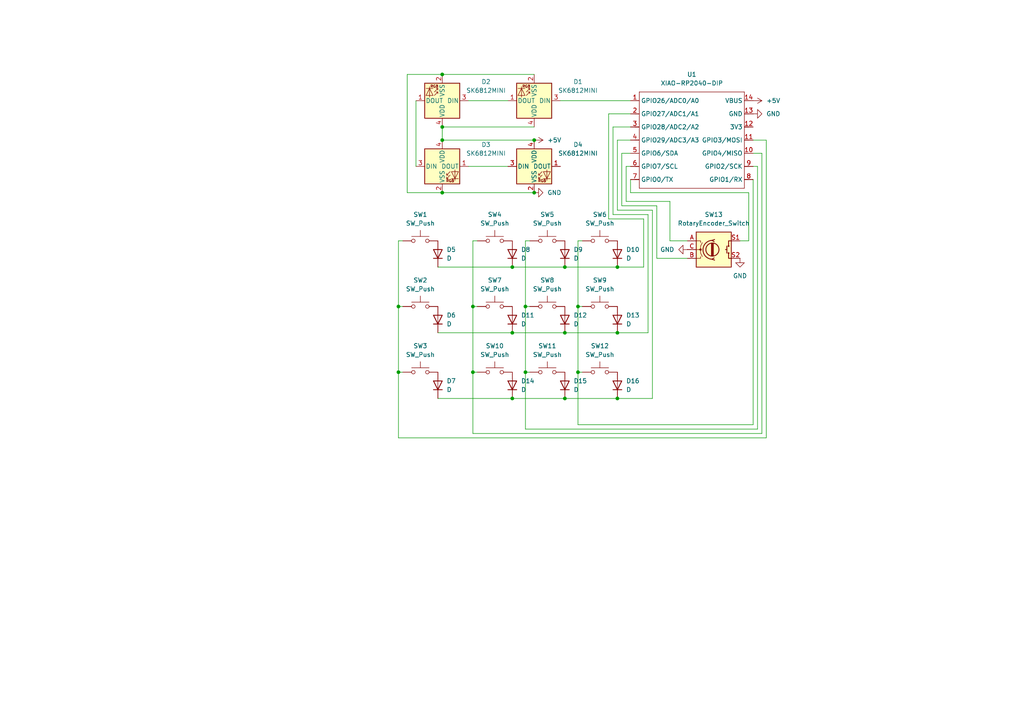
<source format=kicad_sch>
(kicad_sch
	(version 20231120)
	(generator "eeschema")
	(generator_version "8.0")
	(uuid "debc8cb0-7964-421d-bb30-b253e00d21f6")
	(paper "A4")
	(lib_symbols
		(symbol "Device:D"
			(pin_numbers hide)
			(pin_names
				(offset 1.016) hide)
			(exclude_from_sim no)
			(in_bom yes)
			(on_board yes)
			(property "Reference" "D"
				(at 0 2.54 0)
				(effects
					(font
						(size 1.27 1.27)
					)
				)
			)
			(property "Value" "D"
				(at 0 -2.54 0)
				(effects
					(font
						(size 1.27 1.27)
					)
				)
			)
			(property "Footprint" ""
				(at 0 0 0)
				(effects
					(font
						(size 1.27 1.27)
					)
					(hide yes)
				)
			)
			(property "Datasheet" "~"
				(at 0 0 0)
				(effects
					(font
						(size 1.27 1.27)
					)
					(hide yes)
				)
			)
			(property "Description" "Diode"
				(at 0 0 0)
				(effects
					(font
						(size 1.27 1.27)
					)
					(hide yes)
				)
			)
			(property "Sim.Device" "D"
				(at 0 0 0)
				(effects
					(font
						(size 1.27 1.27)
					)
					(hide yes)
				)
			)
			(property "Sim.Pins" "1=K 2=A"
				(at 0 0 0)
				(effects
					(font
						(size 1.27 1.27)
					)
					(hide yes)
				)
			)
			(property "ki_keywords" "diode"
				(at 0 0 0)
				(effects
					(font
						(size 1.27 1.27)
					)
					(hide yes)
				)
			)
			(property "ki_fp_filters" "TO-???* *_Diode_* *SingleDiode* D_*"
				(at 0 0 0)
				(effects
					(font
						(size 1.27 1.27)
					)
					(hide yes)
				)
			)
			(symbol "D_0_1"
				(polyline
					(pts
						(xy -1.27 1.27) (xy -1.27 -1.27)
					)
					(stroke
						(width 0.254)
						(type default)
					)
					(fill
						(type none)
					)
				)
				(polyline
					(pts
						(xy 1.27 0) (xy -1.27 0)
					)
					(stroke
						(width 0)
						(type default)
					)
					(fill
						(type none)
					)
				)
				(polyline
					(pts
						(xy 1.27 1.27) (xy 1.27 -1.27) (xy -1.27 0) (xy 1.27 1.27)
					)
					(stroke
						(width 0.254)
						(type default)
					)
					(fill
						(type none)
					)
				)
			)
			(symbol "D_1_1"
				(pin passive line
					(at -3.81 0 0)
					(length 2.54)
					(name "K"
						(effects
							(font
								(size 1.27 1.27)
							)
						)
					)
					(number "1"
						(effects
							(font
								(size 1.27 1.27)
							)
						)
					)
				)
				(pin passive line
					(at 3.81 0 180)
					(length 2.54)
					(name "A"
						(effects
							(font
								(size 1.27 1.27)
							)
						)
					)
					(number "2"
						(effects
							(font
								(size 1.27 1.27)
							)
						)
					)
				)
			)
		)
		(symbol "Device:RotaryEncoder_Switch"
			(pin_names
				(offset 0.254) hide)
			(exclude_from_sim no)
			(in_bom yes)
			(on_board yes)
			(property "Reference" "SW"
				(at 0 6.604 0)
				(effects
					(font
						(size 1.27 1.27)
					)
				)
			)
			(property "Value" "RotaryEncoder_Switch"
				(at 0 -6.604 0)
				(effects
					(font
						(size 1.27 1.27)
					)
				)
			)
			(property "Footprint" ""
				(at -3.81 4.064 0)
				(effects
					(font
						(size 1.27 1.27)
					)
					(hide yes)
				)
			)
			(property "Datasheet" "~"
				(at 0 6.604 0)
				(effects
					(font
						(size 1.27 1.27)
					)
					(hide yes)
				)
			)
			(property "Description" "Rotary encoder, dual channel, incremental quadrate outputs, with switch"
				(at 0 0 0)
				(effects
					(font
						(size 1.27 1.27)
					)
					(hide yes)
				)
			)
			(property "ki_keywords" "rotary switch encoder switch push button"
				(at 0 0 0)
				(effects
					(font
						(size 1.27 1.27)
					)
					(hide yes)
				)
			)
			(property "ki_fp_filters" "RotaryEncoder*Switch*"
				(at 0 0 0)
				(effects
					(font
						(size 1.27 1.27)
					)
					(hide yes)
				)
			)
			(symbol "RotaryEncoder_Switch_0_1"
				(rectangle
					(start -5.08 5.08)
					(end 5.08 -5.08)
					(stroke
						(width 0.254)
						(type default)
					)
					(fill
						(type background)
					)
				)
				(circle
					(center -3.81 0)
					(radius 0.254)
					(stroke
						(width 0)
						(type default)
					)
					(fill
						(type outline)
					)
				)
				(circle
					(center -0.381 0)
					(radius 1.905)
					(stroke
						(width 0.254)
						(type default)
					)
					(fill
						(type none)
					)
				)
				(arc
					(start -0.381 2.667)
					(mid -3.0988 -0.0635)
					(end -0.381 -2.794)
					(stroke
						(width 0.254)
						(type default)
					)
					(fill
						(type none)
					)
				)
				(polyline
					(pts
						(xy -0.635 -1.778) (xy -0.635 1.778)
					)
					(stroke
						(width 0.254)
						(type default)
					)
					(fill
						(type none)
					)
				)
				(polyline
					(pts
						(xy -0.381 -1.778) (xy -0.381 1.778)
					)
					(stroke
						(width 0.254)
						(type default)
					)
					(fill
						(type none)
					)
				)
				(polyline
					(pts
						(xy -0.127 1.778) (xy -0.127 -1.778)
					)
					(stroke
						(width 0.254)
						(type default)
					)
					(fill
						(type none)
					)
				)
				(polyline
					(pts
						(xy 3.81 0) (xy 3.429 0)
					)
					(stroke
						(width 0.254)
						(type default)
					)
					(fill
						(type none)
					)
				)
				(polyline
					(pts
						(xy 3.81 1.016) (xy 3.81 -1.016)
					)
					(stroke
						(width 0.254)
						(type default)
					)
					(fill
						(type none)
					)
				)
				(polyline
					(pts
						(xy -5.08 -2.54) (xy -3.81 -2.54) (xy -3.81 -2.032)
					)
					(stroke
						(width 0)
						(type default)
					)
					(fill
						(type none)
					)
				)
				(polyline
					(pts
						(xy -5.08 2.54) (xy -3.81 2.54) (xy -3.81 2.032)
					)
					(stroke
						(width 0)
						(type default)
					)
					(fill
						(type none)
					)
				)
				(polyline
					(pts
						(xy 0.254 -3.048) (xy -0.508 -2.794) (xy 0.127 -2.413)
					)
					(stroke
						(width 0.254)
						(type default)
					)
					(fill
						(type none)
					)
				)
				(polyline
					(pts
						(xy 0.254 2.921) (xy -0.508 2.667) (xy 0.127 2.286)
					)
					(stroke
						(width 0.254)
						(type default)
					)
					(fill
						(type none)
					)
				)
				(polyline
					(pts
						(xy 5.08 -2.54) (xy 4.318 -2.54) (xy 4.318 -1.016)
					)
					(stroke
						(width 0.254)
						(type default)
					)
					(fill
						(type none)
					)
				)
				(polyline
					(pts
						(xy 5.08 2.54) (xy 4.318 2.54) (xy 4.318 1.016)
					)
					(stroke
						(width 0.254)
						(type default)
					)
					(fill
						(type none)
					)
				)
				(polyline
					(pts
						(xy -5.08 0) (xy -3.81 0) (xy -3.81 -1.016) (xy -3.302 -2.032)
					)
					(stroke
						(width 0)
						(type default)
					)
					(fill
						(type none)
					)
				)
				(polyline
					(pts
						(xy -4.318 0) (xy -3.81 0) (xy -3.81 1.016) (xy -3.302 2.032)
					)
					(stroke
						(width 0)
						(type default)
					)
					(fill
						(type none)
					)
				)
				(circle
					(center 4.318 -1.016)
					(radius 0.127)
					(stroke
						(width 0.254)
						(type default)
					)
					(fill
						(type none)
					)
				)
				(circle
					(center 4.318 1.016)
					(radius 0.127)
					(stroke
						(width 0.254)
						(type default)
					)
					(fill
						(type none)
					)
				)
			)
			(symbol "RotaryEncoder_Switch_1_1"
				(pin passive line
					(at -7.62 2.54 0)
					(length 2.54)
					(name "A"
						(effects
							(font
								(size 1.27 1.27)
							)
						)
					)
					(number "A"
						(effects
							(font
								(size 1.27 1.27)
							)
						)
					)
				)
				(pin passive line
					(at -7.62 -2.54 0)
					(length 2.54)
					(name "B"
						(effects
							(font
								(size 1.27 1.27)
							)
						)
					)
					(number "B"
						(effects
							(font
								(size 1.27 1.27)
							)
						)
					)
				)
				(pin passive line
					(at -7.62 0 0)
					(length 2.54)
					(name "C"
						(effects
							(font
								(size 1.27 1.27)
							)
						)
					)
					(number "C"
						(effects
							(font
								(size 1.27 1.27)
							)
						)
					)
				)
				(pin passive line
					(at 7.62 2.54 180)
					(length 2.54)
					(name "S1"
						(effects
							(font
								(size 1.27 1.27)
							)
						)
					)
					(number "S1"
						(effects
							(font
								(size 1.27 1.27)
							)
						)
					)
				)
				(pin passive line
					(at 7.62 -2.54 180)
					(length 2.54)
					(name "S2"
						(effects
							(font
								(size 1.27 1.27)
							)
						)
					)
					(number "S2"
						(effects
							(font
								(size 1.27 1.27)
							)
						)
					)
				)
			)
		)
		(symbol "LED:SK6812MINI"
			(pin_names
				(offset 0.254)
			)
			(exclude_from_sim no)
			(in_bom yes)
			(on_board yes)
			(property "Reference" "D"
				(at 5.08 5.715 0)
				(effects
					(font
						(size 1.27 1.27)
					)
					(justify right bottom)
				)
			)
			(property "Value" "SK6812MINI"
				(at 1.27 -5.715 0)
				(effects
					(font
						(size 1.27 1.27)
					)
					(justify left top)
				)
			)
			(property "Footprint" "LED_SMD:LED_SK6812MINI_PLCC4_3.5x3.5mm_P1.75mm"
				(at 1.27 -7.62 0)
				(effects
					(font
						(size 1.27 1.27)
					)
					(justify left top)
					(hide yes)
				)
			)
			(property "Datasheet" "https://cdn-shop.adafruit.com/product-files/2686/SK6812MINI_REV.01-1-2.pdf"
				(at 2.54 -9.525 0)
				(effects
					(font
						(size 1.27 1.27)
					)
					(justify left top)
					(hide yes)
				)
			)
			(property "Description" "RGB LED with integrated controller"
				(at 0 0 0)
				(effects
					(font
						(size 1.27 1.27)
					)
					(hide yes)
				)
			)
			(property "ki_keywords" "RGB LED NeoPixel Mini addressable"
				(at 0 0 0)
				(effects
					(font
						(size 1.27 1.27)
					)
					(hide yes)
				)
			)
			(property "ki_fp_filters" "LED*SK6812MINI*PLCC*3.5x3.5mm*P1.75mm*"
				(at 0 0 0)
				(effects
					(font
						(size 1.27 1.27)
					)
					(hide yes)
				)
			)
			(symbol "SK6812MINI_0_0"
				(text "RGB"
					(at 2.286 -4.191 0)
					(effects
						(font
							(size 0.762 0.762)
						)
					)
				)
			)
			(symbol "SK6812MINI_0_1"
				(polyline
					(pts
						(xy 1.27 -3.556) (xy 1.778 -3.556)
					)
					(stroke
						(width 0)
						(type default)
					)
					(fill
						(type none)
					)
				)
				(polyline
					(pts
						(xy 1.27 -2.54) (xy 1.778 -2.54)
					)
					(stroke
						(width 0)
						(type default)
					)
					(fill
						(type none)
					)
				)
				(polyline
					(pts
						(xy 4.699 -3.556) (xy 2.667 -3.556)
					)
					(stroke
						(width 0)
						(type default)
					)
					(fill
						(type none)
					)
				)
				(polyline
					(pts
						(xy 2.286 -2.54) (xy 1.27 -3.556) (xy 1.27 -3.048)
					)
					(stroke
						(width 0)
						(type default)
					)
					(fill
						(type none)
					)
				)
				(polyline
					(pts
						(xy 2.286 -1.524) (xy 1.27 -2.54) (xy 1.27 -2.032)
					)
					(stroke
						(width 0)
						(type default)
					)
					(fill
						(type none)
					)
				)
				(polyline
					(pts
						(xy 3.683 -1.016) (xy 3.683 -3.556) (xy 3.683 -4.064)
					)
					(stroke
						(width 0)
						(type default)
					)
					(fill
						(type none)
					)
				)
				(polyline
					(pts
						(xy 4.699 -1.524) (xy 2.667 -1.524) (xy 3.683 -3.556) (xy 4.699 -1.524)
					)
					(stroke
						(width 0)
						(type default)
					)
					(fill
						(type none)
					)
				)
				(rectangle
					(start 5.08 5.08)
					(end -5.08 -5.08)
					(stroke
						(width 0.254)
						(type default)
					)
					(fill
						(type background)
					)
				)
			)
			(symbol "SK6812MINI_1_1"
				(pin output line
					(at 7.62 0 180)
					(length 2.54)
					(name "DOUT"
						(effects
							(font
								(size 1.27 1.27)
							)
						)
					)
					(number "1"
						(effects
							(font
								(size 1.27 1.27)
							)
						)
					)
				)
				(pin power_in line
					(at 0 -7.62 90)
					(length 2.54)
					(name "VSS"
						(effects
							(font
								(size 1.27 1.27)
							)
						)
					)
					(number "2"
						(effects
							(font
								(size 1.27 1.27)
							)
						)
					)
				)
				(pin input line
					(at -7.62 0 0)
					(length 2.54)
					(name "DIN"
						(effects
							(font
								(size 1.27 1.27)
							)
						)
					)
					(number "3"
						(effects
							(font
								(size 1.27 1.27)
							)
						)
					)
				)
				(pin power_in line
					(at 0 7.62 270)
					(length 2.54)
					(name "VDD"
						(effects
							(font
								(size 1.27 1.27)
							)
						)
					)
					(number "4"
						(effects
							(font
								(size 1.27 1.27)
							)
						)
					)
				)
			)
		)
		(symbol "OPL:XIAO-RP2040-DIP"
			(exclude_from_sim no)
			(in_bom yes)
			(on_board yes)
			(property "Reference" "U"
				(at 0 0 0)
				(effects
					(font
						(size 1.27 1.27)
					)
				)
			)
			(property "Value" "XIAO-RP2040-DIP"
				(at 5.334 -1.778 0)
				(effects
					(font
						(size 1.27 1.27)
					)
				)
			)
			(property "Footprint" "Module:MOUDLE14P-XIAO-DIP-SMD"
				(at 14.478 -32.258 0)
				(effects
					(font
						(size 1.27 1.27)
					)
					(hide yes)
				)
			)
			(property "Datasheet" ""
				(at 0 0 0)
				(effects
					(font
						(size 1.27 1.27)
					)
					(hide yes)
				)
			)
			(property "Description" ""
				(at 0 0 0)
				(effects
					(font
						(size 1.27 1.27)
					)
					(hide yes)
				)
			)
			(symbol "XIAO-RP2040-DIP_1_0"
				(polyline
					(pts
						(xy -1.27 -30.48) (xy -1.27 -16.51)
					)
					(stroke
						(width 0.1524)
						(type solid)
					)
					(fill
						(type none)
					)
				)
				(polyline
					(pts
						(xy -1.27 -27.94) (xy -2.54 -27.94)
					)
					(stroke
						(width 0.1524)
						(type solid)
					)
					(fill
						(type none)
					)
				)
				(polyline
					(pts
						(xy -1.27 -24.13) (xy -2.54 -24.13)
					)
					(stroke
						(width 0.1524)
						(type solid)
					)
					(fill
						(type none)
					)
				)
				(polyline
					(pts
						(xy -1.27 -20.32) (xy -2.54 -20.32)
					)
					(stroke
						(width 0.1524)
						(type solid)
					)
					(fill
						(type none)
					)
				)
				(polyline
					(pts
						(xy -1.27 -16.51) (xy -2.54 -16.51)
					)
					(stroke
						(width 0.1524)
						(type solid)
					)
					(fill
						(type none)
					)
				)
				(polyline
					(pts
						(xy -1.27 -16.51) (xy -1.27 -12.7)
					)
					(stroke
						(width 0.1524)
						(type solid)
					)
					(fill
						(type none)
					)
				)
				(polyline
					(pts
						(xy -1.27 -12.7) (xy -2.54 -12.7)
					)
					(stroke
						(width 0.1524)
						(type solid)
					)
					(fill
						(type none)
					)
				)
				(polyline
					(pts
						(xy -1.27 -12.7) (xy -1.27 -8.89)
					)
					(stroke
						(width 0.1524)
						(type solid)
					)
					(fill
						(type none)
					)
				)
				(polyline
					(pts
						(xy -1.27 -8.89) (xy -2.54 -8.89)
					)
					(stroke
						(width 0.1524)
						(type solid)
					)
					(fill
						(type none)
					)
				)
				(polyline
					(pts
						(xy -1.27 -8.89) (xy -1.27 -5.08)
					)
					(stroke
						(width 0.1524)
						(type solid)
					)
					(fill
						(type none)
					)
				)
				(polyline
					(pts
						(xy -1.27 -5.08) (xy -2.54 -5.08)
					)
					(stroke
						(width 0.1524)
						(type solid)
					)
					(fill
						(type none)
					)
				)
				(polyline
					(pts
						(xy -1.27 -5.08) (xy -1.27 -2.54)
					)
					(stroke
						(width 0.1524)
						(type solid)
					)
					(fill
						(type none)
					)
				)
				(polyline
					(pts
						(xy -1.27 -2.54) (xy 29.21 -2.54)
					)
					(stroke
						(width 0.1524)
						(type solid)
					)
					(fill
						(type none)
					)
				)
				(polyline
					(pts
						(xy 29.21 -30.48) (xy -1.27 -30.48)
					)
					(stroke
						(width 0.1524)
						(type solid)
					)
					(fill
						(type none)
					)
				)
				(polyline
					(pts
						(xy 29.21 -12.7) (xy 29.21 -30.48)
					)
					(stroke
						(width 0.1524)
						(type solid)
					)
					(fill
						(type none)
					)
				)
				(polyline
					(pts
						(xy 29.21 -8.89) (xy 29.21 -12.7)
					)
					(stroke
						(width 0.1524)
						(type solid)
					)
					(fill
						(type none)
					)
				)
				(polyline
					(pts
						(xy 29.21 -5.08) (xy 29.21 -8.89)
					)
					(stroke
						(width 0.1524)
						(type solid)
					)
					(fill
						(type none)
					)
				)
				(polyline
					(pts
						(xy 29.21 -2.54) (xy 29.21 -5.08)
					)
					(stroke
						(width 0.1524)
						(type solid)
					)
					(fill
						(type none)
					)
				)
				(polyline
					(pts
						(xy 30.48 -27.94) (xy 29.21 -27.94)
					)
					(stroke
						(width 0.1524)
						(type solid)
					)
					(fill
						(type none)
					)
				)
				(polyline
					(pts
						(xy 30.48 -24.13) (xy 29.21 -24.13)
					)
					(stroke
						(width 0.1524)
						(type solid)
					)
					(fill
						(type none)
					)
				)
				(polyline
					(pts
						(xy 30.48 -20.32) (xy 29.21 -20.32)
					)
					(stroke
						(width 0.1524)
						(type solid)
					)
					(fill
						(type none)
					)
				)
				(polyline
					(pts
						(xy 30.48 -16.51) (xy 29.21 -16.51)
					)
					(stroke
						(width 0.1524)
						(type solid)
					)
					(fill
						(type none)
					)
				)
				(polyline
					(pts
						(xy 30.48 -12.7) (xy 29.21 -12.7)
					)
					(stroke
						(width 0.1524)
						(type solid)
					)
					(fill
						(type none)
					)
				)
				(polyline
					(pts
						(xy 30.48 -8.89) (xy 29.21 -8.89)
					)
					(stroke
						(width 0.1524)
						(type solid)
					)
					(fill
						(type none)
					)
				)
				(polyline
					(pts
						(xy 30.48 -5.08) (xy 29.21 -5.08)
					)
					(stroke
						(width 0.1524)
						(type solid)
					)
					(fill
						(type none)
					)
				)
				(pin passive line
					(at -3.81 -5.08 0)
					(length 2.54)
					(name "GPIO26/ADC0/A0"
						(effects
							(font
								(size 1.27 1.27)
							)
						)
					)
					(number "1"
						(effects
							(font
								(size 1.27 1.27)
							)
						)
					)
				)
				(pin passive line
					(at 31.75 -20.32 180)
					(length 2.54)
					(name "GPIO4/MISO"
						(effects
							(font
								(size 1.27 1.27)
							)
						)
					)
					(number "10"
						(effects
							(font
								(size 1.27 1.27)
							)
						)
					)
				)
				(pin passive line
					(at 31.75 -16.51 180)
					(length 2.54)
					(name "GPIO3/MOSI"
						(effects
							(font
								(size 1.27 1.27)
							)
						)
					)
					(number "11"
						(effects
							(font
								(size 1.27 1.27)
							)
						)
					)
				)
				(pin passive line
					(at 31.75 -12.7 180)
					(length 2.54)
					(name "3V3"
						(effects
							(font
								(size 1.27 1.27)
							)
						)
					)
					(number "12"
						(effects
							(font
								(size 1.27 1.27)
							)
						)
					)
				)
				(pin passive line
					(at 31.75 -8.89 180)
					(length 2.54)
					(name "GND"
						(effects
							(font
								(size 1.27 1.27)
							)
						)
					)
					(number "13"
						(effects
							(font
								(size 1.27 1.27)
							)
						)
					)
				)
				(pin passive line
					(at 31.75 -5.08 180)
					(length 2.54)
					(name "VBUS"
						(effects
							(font
								(size 1.27 1.27)
							)
						)
					)
					(number "14"
						(effects
							(font
								(size 1.27 1.27)
							)
						)
					)
				)
				(pin passive line
					(at -3.81 -8.89 0)
					(length 2.54)
					(name "GPIO27/ADC1/A1"
						(effects
							(font
								(size 1.27 1.27)
							)
						)
					)
					(number "2"
						(effects
							(font
								(size 1.27 1.27)
							)
						)
					)
				)
				(pin passive line
					(at -3.81 -12.7 0)
					(length 2.54)
					(name "GPIO28/ADC2/A2"
						(effects
							(font
								(size 1.27 1.27)
							)
						)
					)
					(number "3"
						(effects
							(font
								(size 1.27 1.27)
							)
						)
					)
				)
				(pin passive line
					(at -3.81 -16.51 0)
					(length 2.54)
					(name "GPIO29/ADC3/A3"
						(effects
							(font
								(size 1.27 1.27)
							)
						)
					)
					(number "4"
						(effects
							(font
								(size 1.27 1.27)
							)
						)
					)
				)
				(pin passive line
					(at -3.81 -20.32 0)
					(length 2.54)
					(name "GPIO6/SDA"
						(effects
							(font
								(size 1.27 1.27)
							)
						)
					)
					(number "5"
						(effects
							(font
								(size 1.27 1.27)
							)
						)
					)
				)
				(pin passive line
					(at -3.81 -24.13 0)
					(length 2.54)
					(name "GPIO7/SCL"
						(effects
							(font
								(size 1.27 1.27)
							)
						)
					)
					(number "6"
						(effects
							(font
								(size 1.27 1.27)
							)
						)
					)
				)
				(pin passive line
					(at -3.81 -27.94 0)
					(length 2.54)
					(name "GPIO0/TX"
						(effects
							(font
								(size 1.27 1.27)
							)
						)
					)
					(number "7"
						(effects
							(font
								(size 1.27 1.27)
							)
						)
					)
				)
				(pin passive line
					(at 31.75 -27.94 180)
					(length 2.54)
					(name "GPIO1/RX"
						(effects
							(font
								(size 1.27 1.27)
							)
						)
					)
					(number "8"
						(effects
							(font
								(size 1.27 1.27)
							)
						)
					)
				)
				(pin passive line
					(at 31.75 -24.13 180)
					(length 2.54)
					(name "GPIO2/SCK"
						(effects
							(font
								(size 1.27 1.27)
							)
						)
					)
					(number "9"
						(effects
							(font
								(size 1.27 1.27)
							)
						)
					)
				)
			)
		)
		(symbol "Switch:SW_Push"
			(pin_numbers hide)
			(pin_names
				(offset 1.016) hide)
			(exclude_from_sim no)
			(in_bom yes)
			(on_board yes)
			(property "Reference" "SW"
				(at 1.27 2.54 0)
				(effects
					(font
						(size 1.27 1.27)
					)
					(justify left)
				)
			)
			(property "Value" "SW_Push"
				(at 0 -1.524 0)
				(effects
					(font
						(size 1.27 1.27)
					)
				)
			)
			(property "Footprint" ""
				(at 0 5.08 0)
				(effects
					(font
						(size 1.27 1.27)
					)
					(hide yes)
				)
			)
			(property "Datasheet" "~"
				(at 0 5.08 0)
				(effects
					(font
						(size 1.27 1.27)
					)
					(hide yes)
				)
			)
			(property "Description" "Push button switch, generic, two pins"
				(at 0 0 0)
				(effects
					(font
						(size 1.27 1.27)
					)
					(hide yes)
				)
			)
			(property "ki_keywords" "switch normally-open pushbutton push-button"
				(at 0 0 0)
				(effects
					(font
						(size 1.27 1.27)
					)
					(hide yes)
				)
			)
			(symbol "SW_Push_0_1"
				(circle
					(center -2.032 0)
					(radius 0.508)
					(stroke
						(width 0)
						(type default)
					)
					(fill
						(type none)
					)
				)
				(polyline
					(pts
						(xy 0 1.27) (xy 0 3.048)
					)
					(stroke
						(width 0)
						(type default)
					)
					(fill
						(type none)
					)
				)
				(polyline
					(pts
						(xy 2.54 1.27) (xy -2.54 1.27)
					)
					(stroke
						(width 0)
						(type default)
					)
					(fill
						(type none)
					)
				)
				(circle
					(center 2.032 0)
					(radius 0.508)
					(stroke
						(width 0)
						(type default)
					)
					(fill
						(type none)
					)
				)
				(pin passive line
					(at -5.08 0 0)
					(length 2.54)
					(name "1"
						(effects
							(font
								(size 1.27 1.27)
							)
						)
					)
					(number "1"
						(effects
							(font
								(size 1.27 1.27)
							)
						)
					)
				)
				(pin passive line
					(at 5.08 0 180)
					(length 2.54)
					(name "2"
						(effects
							(font
								(size 1.27 1.27)
							)
						)
					)
					(number "2"
						(effects
							(font
								(size 1.27 1.27)
							)
						)
					)
				)
			)
		)
		(symbol "power:+5V"
			(power)
			(pin_numbers hide)
			(pin_names
				(offset 0) hide)
			(exclude_from_sim no)
			(in_bom yes)
			(on_board yes)
			(property "Reference" "#PWR"
				(at 0 -3.81 0)
				(effects
					(font
						(size 1.27 1.27)
					)
					(hide yes)
				)
			)
			(property "Value" "+5V"
				(at 0 3.556 0)
				(effects
					(font
						(size 1.27 1.27)
					)
				)
			)
			(property "Footprint" ""
				(at 0 0 0)
				(effects
					(font
						(size 1.27 1.27)
					)
					(hide yes)
				)
			)
			(property "Datasheet" ""
				(at 0 0 0)
				(effects
					(font
						(size 1.27 1.27)
					)
					(hide yes)
				)
			)
			(property "Description" "Power symbol creates a global label with name \"+5V\""
				(at 0 0 0)
				(effects
					(font
						(size 1.27 1.27)
					)
					(hide yes)
				)
			)
			(property "ki_keywords" "global power"
				(at 0 0 0)
				(effects
					(font
						(size 1.27 1.27)
					)
					(hide yes)
				)
			)
			(symbol "+5V_0_1"
				(polyline
					(pts
						(xy -0.762 1.27) (xy 0 2.54)
					)
					(stroke
						(width 0)
						(type default)
					)
					(fill
						(type none)
					)
				)
				(polyline
					(pts
						(xy 0 0) (xy 0 2.54)
					)
					(stroke
						(width 0)
						(type default)
					)
					(fill
						(type none)
					)
				)
				(polyline
					(pts
						(xy 0 2.54) (xy 0.762 1.27)
					)
					(stroke
						(width 0)
						(type default)
					)
					(fill
						(type none)
					)
				)
			)
			(symbol "+5V_1_1"
				(pin power_in line
					(at 0 0 90)
					(length 0)
					(name "~"
						(effects
							(font
								(size 1.27 1.27)
							)
						)
					)
					(number "1"
						(effects
							(font
								(size 1.27 1.27)
							)
						)
					)
				)
			)
		)
		(symbol "power:GND"
			(power)
			(pin_numbers hide)
			(pin_names
				(offset 0) hide)
			(exclude_from_sim no)
			(in_bom yes)
			(on_board yes)
			(property "Reference" "#PWR"
				(at 0 -6.35 0)
				(effects
					(font
						(size 1.27 1.27)
					)
					(hide yes)
				)
			)
			(property "Value" "GND"
				(at 0 -3.81 0)
				(effects
					(font
						(size 1.27 1.27)
					)
				)
			)
			(property "Footprint" ""
				(at 0 0 0)
				(effects
					(font
						(size 1.27 1.27)
					)
					(hide yes)
				)
			)
			(property "Datasheet" ""
				(at 0 0 0)
				(effects
					(font
						(size 1.27 1.27)
					)
					(hide yes)
				)
			)
			(property "Description" "Power symbol creates a global label with name \"GND\" , ground"
				(at 0 0 0)
				(effects
					(font
						(size 1.27 1.27)
					)
					(hide yes)
				)
			)
			(property "ki_keywords" "global power"
				(at 0 0 0)
				(effects
					(font
						(size 1.27 1.27)
					)
					(hide yes)
				)
			)
			(symbol "GND_0_1"
				(polyline
					(pts
						(xy 0 0) (xy 0 -1.27) (xy 1.27 -1.27) (xy 0 -2.54) (xy -1.27 -1.27) (xy 0 -1.27)
					)
					(stroke
						(width 0)
						(type default)
					)
					(fill
						(type none)
					)
				)
			)
			(symbol "GND_1_1"
				(pin power_in line
					(at 0 0 270)
					(length 0)
					(name "~"
						(effects
							(font
								(size 1.27 1.27)
							)
						)
					)
					(number "1"
						(effects
							(font
								(size 1.27 1.27)
							)
						)
					)
				)
			)
		)
	)
	(junction
		(at 115.57 88.9)
		(diameter 0)
		(color 0 0 0 0)
		(uuid "0138e488-f1c3-4fce-beb8-224ab03d48ea")
	)
	(junction
		(at 154.94 55.88)
		(diameter 0)
		(color 0 0 0 0)
		(uuid "01b695cb-5425-453f-a26e-826e10f0babb")
	)
	(junction
		(at 128.27 36.83)
		(diameter 0)
		(color 0 0 0 0)
		(uuid "0498ae0c-9651-41ed-b958-7dbb3a0a7cbc")
	)
	(junction
		(at 148.59 115.57)
		(diameter 0)
		(color 0 0 0 0)
		(uuid "064b68a0-7d97-4631-9ae0-b5573f975f0d")
	)
	(junction
		(at 148.59 96.52)
		(diameter 0)
		(color 0 0 0 0)
		(uuid "1454a5a6-428d-4e63-ac56-58942bf0547d")
	)
	(junction
		(at 152.4 107.95)
		(diameter 0)
		(color 0 0 0 0)
		(uuid "2e62bd5d-b76e-41d7-82a7-5e03fabdf2f1")
	)
	(junction
		(at 128.27 55.88)
		(diameter 0)
		(color 0 0 0 0)
		(uuid "302cb191-15d0-430d-92bf-45b4dc330341")
	)
	(junction
		(at 163.83 96.52)
		(diameter 0)
		(color 0 0 0 0)
		(uuid "30536349-294c-42da-9b05-c70205a2afbc")
	)
	(junction
		(at 115.57 107.95)
		(diameter 0)
		(color 0 0 0 0)
		(uuid "34545446-d948-45f5-bb7b-1c5fee20f0fa")
	)
	(junction
		(at 163.83 77.47)
		(diameter 0)
		(color 0 0 0 0)
		(uuid "44372427-0dd0-48c1-bae1-441491f0e6d8")
	)
	(junction
		(at 128.27 40.64)
		(diameter 0)
		(color 0 0 0 0)
		(uuid "52ae2970-3358-45aa-8b8a-e3400d2c93ee")
	)
	(junction
		(at 137.16 107.95)
		(diameter 0)
		(color 0 0 0 0)
		(uuid "79e20975-da97-4e84-bff7-6d3024f632ea")
	)
	(junction
		(at 148.59 77.47)
		(diameter 0)
		(color 0 0 0 0)
		(uuid "7edb0440-27f9-460a-a8d0-7bce55b32068")
	)
	(junction
		(at 154.94 40.64)
		(diameter 0)
		(color 0 0 0 0)
		(uuid "85feabd5-6e07-4a4a-9d00-911d68d2da3c")
	)
	(junction
		(at 163.83 115.57)
		(diameter 0)
		(color 0 0 0 0)
		(uuid "8d241596-d5e6-4535-a90c-7ff8bfba4fea")
	)
	(junction
		(at 167.64 107.95)
		(diameter 0)
		(color 0 0 0 0)
		(uuid "912c74a2-986c-459b-9091-a03a3d931b09")
	)
	(junction
		(at 179.07 115.57)
		(diameter 0)
		(color 0 0 0 0)
		(uuid "9c05c5e1-7a45-48c1-9f8f-62d76fcf736d")
	)
	(junction
		(at 152.4 88.9)
		(diameter 0)
		(color 0 0 0 0)
		(uuid "bb611205-c15c-4a63-bf15-ec6858e87feb")
	)
	(junction
		(at 137.16 88.9)
		(diameter 0)
		(color 0 0 0 0)
		(uuid "bfe97a70-e6e8-408c-accd-d1d924653b94")
	)
	(junction
		(at 179.07 96.52)
		(diameter 0)
		(color 0 0 0 0)
		(uuid "d887270b-b6b7-4e18-9c9e-5e993e562d4b")
	)
	(junction
		(at 128.27 21.59)
		(diameter 0)
		(color 0 0 0 0)
		(uuid "e1fe05b1-98a4-4007-aff5-1b76c043fe20")
	)
	(junction
		(at 167.64 88.9)
		(diameter 0)
		(color 0 0 0 0)
		(uuid "ea9b434e-1c90-41dd-a1ed-90ee529cc78e")
	)
	(junction
		(at 179.07 77.47)
		(diameter 0)
		(color 0 0 0 0)
		(uuid "f3f06eec-b557-446e-abe1-d8f77c53f55a")
	)
	(wire
		(pts
			(xy 152.4 69.85) (xy 153.67 69.85)
		)
		(stroke
			(width 0)
			(type default)
		)
		(uuid "000eac03-18ed-4bbe-bd12-5b3c2f3a7684")
	)
	(wire
		(pts
			(xy 137.16 69.85) (xy 137.16 88.9)
		)
		(stroke
			(width 0)
			(type default)
		)
		(uuid "00c01a98-52f4-43f3-a2ee-a1cb2b9e1290")
	)
	(wire
		(pts
			(xy 115.57 88.9) (xy 116.84 88.9)
		)
		(stroke
			(width 0)
			(type default)
		)
		(uuid "018ac389-f63a-4fdf-b9fa-f065af7de98b")
	)
	(wire
		(pts
			(xy 180.34 59.69) (xy 190.5 59.69)
		)
		(stroke
			(width 0)
			(type default)
		)
		(uuid "06fe2586-9c6e-4122-8c11-bf53f2cf87bb")
	)
	(wire
		(pts
			(xy 137.16 107.95) (xy 138.43 107.95)
		)
		(stroke
			(width 0)
			(type default)
		)
		(uuid "0712e6b0-a172-4d8f-8bde-65c55393357b")
	)
	(wire
		(pts
			(xy 137.16 107.95) (xy 137.16 125.73)
		)
		(stroke
			(width 0)
			(type default)
		)
		(uuid "09a0f874-dfe9-4b0b-a740-a721a8ae9f23")
	)
	(wire
		(pts
			(xy 220.98 125.73) (xy 220.98 44.45)
		)
		(stroke
			(width 0)
			(type default)
		)
		(uuid "0c60f502-988b-4cf2-828d-d6a0d41becc3")
	)
	(wire
		(pts
			(xy 182.88 55.88) (xy 217.17 55.88)
		)
		(stroke
			(width 0)
			(type default)
		)
		(uuid "0e4f3a27-9d0f-4679-aa50-6b2c32c7d706")
	)
	(wire
		(pts
			(xy 137.16 88.9) (xy 137.16 107.95)
		)
		(stroke
			(width 0)
			(type default)
		)
		(uuid "11c2f4ae-e3ec-4f8d-b2e4-c052fc786f12")
	)
	(wire
		(pts
			(xy 115.57 69.85) (xy 116.84 69.85)
		)
		(stroke
			(width 0)
			(type default)
		)
		(uuid "15951cc6-3124-460d-8e14-4b8b4067edc5")
	)
	(wire
		(pts
			(xy 152.4 107.95) (xy 153.67 107.95)
		)
		(stroke
			(width 0)
			(type default)
		)
		(uuid "19c773c0-af95-4da1-ad33-10a63ba09824")
	)
	(wire
		(pts
			(xy 179.07 115.57) (xy 189.23 115.57)
		)
		(stroke
			(width 0)
			(type default)
		)
		(uuid "1baccc22-3e9a-41ab-95d0-71b1bf90cbdd")
	)
	(wire
		(pts
			(xy 120.65 29.21) (xy 120.65 48.26)
		)
		(stroke
			(width 0)
			(type default)
		)
		(uuid "20569562-5227-47f2-b429-592a71421862")
	)
	(wire
		(pts
			(xy 222.25 127) (xy 222.25 40.64)
		)
		(stroke
			(width 0)
			(type default)
		)
		(uuid "210723af-54ea-49f5-8ca7-ec52eff400c5")
	)
	(wire
		(pts
			(xy 190.5 74.93) (xy 199.39 74.93)
		)
		(stroke
			(width 0)
			(type default)
		)
		(uuid "21c05eaa-ee51-4bbb-9bfd-d9f7d0b7394a")
	)
	(wire
		(pts
			(xy 218.44 123.19) (xy 218.44 52.07)
		)
		(stroke
			(width 0)
			(type default)
		)
		(uuid "2344a63e-2483-4ee8-825b-ce06bb91a598")
	)
	(wire
		(pts
			(xy 163.83 77.47) (xy 179.07 77.47)
		)
		(stroke
			(width 0)
			(type default)
		)
		(uuid "240c0c42-774f-47e0-a69c-0d5b2ae55cd3")
	)
	(wire
		(pts
			(xy 118.11 21.59) (xy 128.27 21.59)
		)
		(stroke
			(width 0)
			(type default)
		)
		(uuid "2535d77f-5772-42a2-833b-d709e7cabda2")
	)
	(wire
		(pts
			(xy 163.83 96.52) (xy 179.07 96.52)
		)
		(stroke
			(width 0)
			(type default)
		)
		(uuid "27054344-54e6-4966-9ead-369307693dc8")
	)
	(wire
		(pts
			(xy 137.16 69.85) (xy 138.43 69.85)
		)
		(stroke
			(width 0)
			(type default)
		)
		(uuid "288ab425-fcc7-45f0-bbb3-c20dd40f13a0")
	)
	(wire
		(pts
			(xy 152.4 107.95) (xy 152.4 124.46)
		)
		(stroke
			(width 0)
			(type default)
		)
		(uuid "2bc98b24-1eee-4aad-a347-2b1eb3ea973b")
	)
	(wire
		(pts
			(xy 179.07 40.64) (xy 182.88 40.64)
		)
		(stroke
			(width 0)
			(type default)
		)
		(uuid "2cb030d3-9ebf-4e37-8e8d-0676f00484d9")
	)
	(wire
		(pts
			(xy 167.64 107.95) (xy 168.91 107.95)
		)
		(stroke
			(width 0)
			(type default)
		)
		(uuid "2fd43bc3-98a4-4c1b-a001-bf66444914d5")
	)
	(wire
		(pts
			(xy 137.16 125.73) (xy 220.98 125.73)
		)
		(stroke
			(width 0)
			(type default)
		)
		(uuid "3089b143-c145-4cba-a056-3eb1e7b3ee03")
	)
	(wire
		(pts
			(xy 115.57 88.9) (xy 115.57 107.95)
		)
		(stroke
			(width 0)
			(type default)
		)
		(uuid "31473b45-de3b-498e-b561-a3dfdaff66d4")
	)
	(wire
		(pts
			(xy 115.57 69.85) (xy 115.57 88.9)
		)
		(stroke
			(width 0)
			(type default)
		)
		(uuid "31b26c8b-54f1-4c1b-92d1-39928323dee7")
	)
	(wire
		(pts
			(xy 152.4 88.9) (xy 153.67 88.9)
		)
		(stroke
			(width 0)
			(type default)
		)
		(uuid "3a55a338-e685-4cd2-ba33-84cf39700186")
	)
	(wire
		(pts
			(xy 163.83 115.57) (xy 179.07 115.57)
		)
		(stroke
			(width 0)
			(type default)
		)
		(uuid "3e1e838c-9a41-4876-8a34-e04d329ae152")
	)
	(wire
		(pts
			(xy 128.27 21.59) (xy 154.94 21.59)
		)
		(stroke
			(width 0)
			(type default)
		)
		(uuid "4290b1b8-15bf-4b16-9d48-6a4598ebd3bf")
	)
	(wire
		(pts
			(xy 181.61 58.42) (xy 194.31 58.42)
		)
		(stroke
			(width 0)
			(type default)
		)
		(uuid "435849bb-e3cb-4cb8-9b57-5a36b25357c9")
	)
	(wire
		(pts
			(xy 127 115.57) (xy 148.59 115.57)
		)
		(stroke
			(width 0)
			(type default)
		)
		(uuid "4451b782-4ab6-4a1c-84f3-073d557d429e")
	)
	(wire
		(pts
			(xy 148.59 115.57) (xy 163.83 115.57)
		)
		(stroke
			(width 0)
			(type default)
		)
		(uuid "4e9d4f7d-4216-43af-81b6-6a1a6fde3d22")
	)
	(wire
		(pts
			(xy 190.5 59.69) (xy 190.5 74.93)
		)
		(stroke
			(width 0)
			(type default)
		)
		(uuid "56004241-6047-41ea-9a1e-12c29c042245")
	)
	(wire
		(pts
			(xy 128.27 36.83) (xy 128.27 40.64)
		)
		(stroke
			(width 0)
			(type default)
		)
		(uuid "56cef35a-a4d4-42a3-9a5f-c469cf7f50a8")
	)
	(wire
		(pts
			(xy 187.96 96.52) (xy 179.07 96.52)
		)
		(stroke
			(width 0)
			(type default)
		)
		(uuid "56f1f2e8-3f25-4747-ae6d-3714c1441c09")
	)
	(wire
		(pts
			(xy 177.8 36.83) (xy 177.8 62.23)
		)
		(stroke
			(width 0)
			(type default)
		)
		(uuid "5cbafecf-daf4-411f-b2ec-093cc7af57d1")
	)
	(wire
		(pts
			(xy 214.63 69.85) (xy 217.17 69.85)
		)
		(stroke
			(width 0)
			(type default)
		)
		(uuid "5d2e8531-8093-4dca-90af-f5a5eee53898")
	)
	(wire
		(pts
			(xy 182.88 48.26) (xy 181.61 48.26)
		)
		(stroke
			(width 0)
			(type default)
		)
		(uuid "6b17fc9e-6571-4c4c-b0d7-c86e483a3841")
	)
	(wire
		(pts
			(xy 218.44 48.26) (xy 219.71 48.26)
		)
		(stroke
			(width 0)
			(type default)
		)
		(uuid "70d5222c-cbe2-4ade-9fa8-f17408ae7649")
	)
	(wire
		(pts
			(xy 167.64 123.19) (xy 218.44 123.19)
		)
		(stroke
			(width 0)
			(type default)
		)
		(uuid "7582a3bc-c60e-4aec-8c36-870ee1299f8a")
	)
	(wire
		(pts
			(xy 176.53 33.02) (xy 176.53 63.5)
		)
		(stroke
			(width 0)
			(type default)
		)
		(uuid "75e393a3-6324-468a-b120-5b09dae6528e")
	)
	(wire
		(pts
			(xy 115.57 107.95) (xy 115.57 127)
		)
		(stroke
			(width 0)
			(type default)
		)
		(uuid "77e4274c-b5d3-46d6-9f65-256be776acff")
	)
	(wire
		(pts
			(xy 152.4 124.46) (xy 219.71 124.46)
		)
		(stroke
			(width 0)
			(type default)
		)
		(uuid "8a00fcbd-6399-4b68-8df0-0f5d2f2cadbe")
	)
	(wire
		(pts
			(xy 179.07 60.96) (xy 189.23 60.96)
		)
		(stroke
			(width 0)
			(type default)
		)
		(uuid "8d11305e-1105-4510-9840-978e3d9d1faf")
	)
	(wire
		(pts
			(xy 135.89 48.26) (xy 147.32 48.26)
		)
		(stroke
			(width 0)
			(type default)
		)
		(uuid "8dc46339-9251-4f99-875e-90c7d478b15e")
	)
	(wire
		(pts
			(xy 219.71 124.46) (xy 219.71 48.26)
		)
		(stroke
			(width 0)
			(type default)
		)
		(uuid "8f854224-607d-46c9-a029-a517dcdd3bdf")
	)
	(wire
		(pts
			(xy 187.96 62.23) (xy 187.96 96.52)
		)
		(stroke
			(width 0)
			(type default)
		)
		(uuid "90d34d18-7660-47ae-980b-0cb772c882bb")
	)
	(wire
		(pts
			(xy 162.56 29.21) (xy 182.88 29.21)
		)
		(stroke
			(width 0)
			(type default)
		)
		(uuid "9abba677-81fc-4449-8ff7-4045b76045e6")
	)
	(wire
		(pts
			(xy 128.27 40.64) (xy 154.94 40.64)
		)
		(stroke
			(width 0)
			(type default)
		)
		(uuid "9aca0b60-5b65-4154-8f74-774fdc75934a")
	)
	(wire
		(pts
			(xy 115.57 107.95) (xy 116.84 107.95)
		)
		(stroke
			(width 0)
			(type default)
		)
		(uuid "9b6fe30d-b043-43f8-a52e-9c252ba8798a")
	)
	(wire
		(pts
			(xy 135.89 29.21) (xy 147.32 29.21)
		)
		(stroke
			(width 0)
			(type default)
		)
		(uuid "a590b59a-46ae-4d9e-8352-a78191825017")
	)
	(wire
		(pts
			(xy 137.16 88.9) (xy 138.43 88.9)
		)
		(stroke
			(width 0)
			(type default)
		)
		(uuid "a5dc8c72-cea6-41fd-879f-34f9dde5ddc9")
	)
	(wire
		(pts
			(xy 167.64 69.85) (xy 167.64 88.9)
		)
		(stroke
			(width 0)
			(type default)
		)
		(uuid "a9027efc-5081-4668-9fda-87a7f174a2b8")
	)
	(wire
		(pts
			(xy 217.17 69.85) (xy 217.17 55.88)
		)
		(stroke
			(width 0)
			(type default)
		)
		(uuid "b15556b2-5d8f-4400-aace-7ed5125dcc4c")
	)
	(wire
		(pts
			(xy 176.53 33.02) (xy 182.88 33.02)
		)
		(stroke
			(width 0)
			(type default)
		)
		(uuid "b2efe9c7-1b84-49d1-a90e-bdfa6b1c083a")
	)
	(wire
		(pts
			(xy 148.59 77.47) (xy 163.83 77.47)
		)
		(stroke
			(width 0)
			(type default)
		)
		(uuid "ba1f3841-0bed-4d5e-915f-7b44e19ef2e1")
	)
	(wire
		(pts
			(xy 194.31 58.42) (xy 194.31 69.85)
		)
		(stroke
			(width 0)
			(type default)
		)
		(uuid "bdb46826-5fdd-45a6-be0a-e171fc6d2d1e")
	)
	(wire
		(pts
			(xy 182.88 52.07) (xy 182.88 55.88)
		)
		(stroke
			(width 0)
			(type default)
		)
		(uuid "c34278eb-4c8f-4281-a7b1-078113fdcc74")
	)
	(wire
		(pts
			(xy 152.4 88.9) (xy 152.4 107.95)
		)
		(stroke
			(width 0)
			(type default)
		)
		(uuid "c38d5069-b76f-48b8-b769-b9d75d4018f7")
	)
	(wire
		(pts
			(xy 189.23 115.57) (xy 189.23 60.96)
		)
		(stroke
			(width 0)
			(type default)
		)
		(uuid "c5868a8c-5a01-440b-9892-f2465d017aea")
	)
	(wire
		(pts
			(xy 115.57 127) (xy 222.25 127)
		)
		(stroke
			(width 0)
			(type default)
		)
		(uuid "c6971bbb-7d06-4856-928e-5a5f7615c969")
	)
	(wire
		(pts
			(xy 194.31 69.85) (xy 199.39 69.85)
		)
		(stroke
			(width 0)
			(type default)
		)
		(uuid "cf4428a4-2672-472d-9566-16cbfd2b1b79")
	)
	(wire
		(pts
			(xy 186.69 63.5) (xy 186.69 77.47)
		)
		(stroke
			(width 0)
			(type default)
		)
		(uuid "cfd6c194-9160-4174-a180-6f0f36f60a56")
	)
	(wire
		(pts
			(xy 167.64 69.85) (xy 168.91 69.85)
		)
		(stroke
			(width 0)
			(type default)
		)
		(uuid "cfe7aa9f-5886-47d2-9070-b4af4f0d516a")
	)
	(wire
		(pts
			(xy 167.64 88.9) (xy 168.91 88.9)
		)
		(stroke
			(width 0)
			(type default)
		)
		(uuid "d0e6f007-cfee-470d-b2e8-27b86e909f2a")
	)
	(wire
		(pts
			(xy 179.07 40.64) (xy 179.07 60.96)
		)
		(stroke
			(width 0)
			(type default)
		)
		(uuid "d617ce60-c641-46ef-9750-059dde3288fb")
	)
	(wire
		(pts
			(xy 181.61 48.26) (xy 181.61 58.42)
		)
		(stroke
			(width 0)
			(type default)
		)
		(uuid "d6bd66f1-b535-466f-968d-cb552762b63a")
	)
	(wire
		(pts
			(xy 127 77.47) (xy 148.59 77.47)
		)
		(stroke
			(width 0)
			(type default)
		)
		(uuid "da618eca-1349-413e-a6b5-74fb95f7cdc1")
	)
	(wire
		(pts
			(xy 220.98 44.45) (xy 218.44 44.45)
		)
		(stroke
			(width 0)
			(type default)
		)
		(uuid "dbb9402f-ac02-49ac-bffa-6c040454d3e6")
	)
	(wire
		(pts
			(xy 148.59 96.52) (xy 163.83 96.52)
		)
		(stroke
			(width 0)
			(type default)
		)
		(uuid "dc7609f9-1fc6-4731-b224-e1ee0bf41427")
	)
	(wire
		(pts
			(xy 179.07 77.47) (xy 186.69 77.47)
		)
		(stroke
			(width 0)
			(type default)
		)
		(uuid "ddcf139a-8b17-4388-afc6-aed708f296f0")
	)
	(wire
		(pts
			(xy 128.27 55.88) (xy 154.94 55.88)
		)
		(stroke
			(width 0)
			(type default)
		)
		(uuid "e1b771e4-41a9-4123-9493-3ef726b87cb0")
	)
	(wire
		(pts
			(xy 176.53 63.5) (xy 186.69 63.5)
		)
		(stroke
			(width 0)
			(type default)
		)
		(uuid "e226de9d-90d9-40db-83d6-f2a78a0560ae")
	)
	(wire
		(pts
			(xy 152.4 69.85) (xy 152.4 88.9)
		)
		(stroke
			(width 0)
			(type default)
		)
		(uuid "e2dd0ea5-1bc1-44c7-8734-c207db069fab")
	)
	(wire
		(pts
			(xy 180.34 44.45) (xy 180.34 59.69)
		)
		(stroke
			(width 0)
			(type default)
		)
		(uuid "e445c81b-f680-4c43-83f5-31c9c24fa3ba")
	)
	(wire
		(pts
			(xy 222.25 40.64) (xy 218.44 40.64)
		)
		(stroke
			(width 0)
			(type default)
		)
		(uuid "ea9ce97d-2971-4c7d-9e5e-11baab1e0328")
	)
	(wire
		(pts
			(xy 127 96.52) (xy 148.59 96.52)
		)
		(stroke
			(width 0)
			(type default)
		)
		(uuid "eb532d1f-3d2c-401d-bf2f-42c056c824f2")
	)
	(wire
		(pts
			(xy 128.27 36.83) (xy 154.94 36.83)
		)
		(stroke
			(width 0)
			(type default)
		)
		(uuid "eca37382-17ff-447f-b0e2-2a3bdb5bbfe8")
	)
	(wire
		(pts
			(xy 182.88 44.45) (xy 180.34 44.45)
		)
		(stroke
			(width 0)
			(type default)
		)
		(uuid "ed2dc3db-ed44-4cd1-9648-7808d7fda696")
	)
	(wire
		(pts
			(xy 167.64 88.9) (xy 167.64 107.95)
		)
		(stroke
			(width 0)
			(type default)
		)
		(uuid "f0786ca6-6701-4180-85ee-26f9a13e6f16")
	)
	(wire
		(pts
			(xy 128.27 55.88) (xy 118.11 55.88)
		)
		(stroke
			(width 0)
			(type default)
		)
		(uuid "f1388645-169e-4904-a1c7-0e45aa92a640")
	)
	(wire
		(pts
			(xy 118.11 55.88) (xy 118.11 21.59)
		)
		(stroke
			(width 0)
			(type default)
		)
		(uuid "f57f5918-0d1b-4b16-8adf-ef856524e5e4")
	)
	(wire
		(pts
			(xy 177.8 62.23) (xy 187.96 62.23)
		)
		(stroke
			(width 0)
			(type default)
		)
		(uuid "fada9c22-38c4-4b3c-ae72-3c8ccf736537")
	)
	(wire
		(pts
			(xy 167.64 107.95) (xy 167.64 123.19)
		)
		(stroke
			(width 0)
			(type default)
		)
		(uuid "fb1c7756-1645-4377-978c-b89556987824")
	)
	(wire
		(pts
			(xy 182.88 36.83) (xy 177.8 36.83)
		)
		(stroke
			(width 0)
			(type default)
		)
		(uuid "fb8ced0e-8dfc-42b3-8d6a-ac60bbbdc3eb")
	)
	(symbol
		(lib_id "Switch:SW_Push")
		(at 158.75 69.85 0)
		(unit 1)
		(exclude_from_sim no)
		(in_bom yes)
		(on_board yes)
		(dnp no)
		(fields_autoplaced yes)
		(uuid "09569bf5-1326-49a2-9109-0174f369bc46")
		(property "Reference" "SW5"
			(at 158.75 62.23 0)
			(effects
				(font
					(size 1.27 1.27)
				)
			)
		)
		(property "Value" "SW_Push"
			(at 158.75 64.77 0)
			(effects
				(font
					(size 1.27 1.27)
				)
			)
		)
		(property "Footprint" "Button_Switch_Keyboard:SW_Cherry_MX_1.00u_PCB"
			(at 158.75 64.77 0)
			(effects
				(font
					(size 1.27 1.27)
				)
				(hide yes)
			)
		)
		(property "Datasheet" "~"
			(at 158.75 64.77 0)
			(effects
				(font
					(size 1.27 1.27)
				)
				(hide yes)
			)
		)
		(property "Description" "Push button switch, generic, two pins"
			(at 158.75 69.85 0)
			(effects
				(font
					(size 1.27 1.27)
				)
				(hide yes)
			)
		)
		(pin "1"
			(uuid "09d8ccec-9c31-493e-b0c2-811e710577e3")
		)
		(pin "2"
			(uuid "421b373c-49ac-4ba9-b23a-8b5acc2a1136")
		)
		(instances
			(project "12345"
				(path "/debc8cb0-7964-421d-bb30-b253e00d21f6"
					(reference "SW5")
					(unit 1)
				)
			)
		)
	)
	(symbol
		(lib_id "Device:D")
		(at 148.59 73.66 90)
		(unit 1)
		(exclude_from_sim no)
		(in_bom yes)
		(on_board yes)
		(dnp no)
		(fields_autoplaced yes)
		(uuid "10ecd6fb-290a-464b-b72b-26aa70fd96e1")
		(property "Reference" "D8"
			(at 151.13 72.3899 90)
			(effects
				(font
					(size 1.27 1.27)
				)
				(justify right)
			)
		)
		(property "Value" "D"
			(at 151.13 74.9299 90)
			(effects
				(font
					(size 1.27 1.27)
				)
				(justify right)
			)
		)
		(property "Footprint" "Diode_THT:D_DO-35_SOD27_P7.62mm_Horizontal"
			(at 148.59 73.66 0)
			(effects
				(font
					(size 1.27 1.27)
				)
				(hide yes)
			)
		)
		(property "Datasheet" "~"
			(at 148.59 73.66 0)
			(effects
				(font
					(size 1.27 1.27)
				)
				(hide yes)
			)
		)
		(property "Description" "Diode"
			(at 148.59 73.66 0)
			(effects
				(font
					(size 1.27 1.27)
				)
				(hide yes)
			)
		)
		(property "Sim.Device" "D"
			(at 148.59 73.66 0)
			(effects
				(font
					(size 1.27 1.27)
				)
				(hide yes)
			)
		)
		(property "Sim.Pins" "1=K 2=A"
			(at 148.59 73.66 0)
			(effects
				(font
					(size 1.27 1.27)
				)
				(hide yes)
			)
		)
		(pin "1"
			(uuid "eabb223f-6741-4001-9932-9bddcc9c80a0")
		)
		(pin "2"
			(uuid "a23f9fc7-6a36-4d71-87cc-b3b6b2b253be")
		)
		(instances
			(project "12345"
				(path "/debc8cb0-7964-421d-bb30-b253e00d21f6"
					(reference "D8")
					(unit 1)
				)
			)
		)
	)
	(symbol
		(lib_id "Switch:SW_Push")
		(at 143.51 107.95 0)
		(unit 1)
		(exclude_from_sim no)
		(in_bom yes)
		(on_board yes)
		(dnp no)
		(fields_autoplaced yes)
		(uuid "13225cb3-e860-49a0-9a41-e35c92184268")
		(property "Reference" "SW10"
			(at 143.51 100.33 0)
			(effects
				(font
					(size 1.27 1.27)
				)
			)
		)
		(property "Value" "SW_Push"
			(at 143.51 102.87 0)
			(effects
				(font
					(size 1.27 1.27)
				)
			)
		)
		(property "Footprint" "Button_Switch_Keyboard:SW_Cherry_MX_1.00u_PCB"
			(at 143.51 102.87 0)
			(effects
				(font
					(size 1.27 1.27)
				)
				(hide yes)
			)
		)
		(property "Datasheet" "~"
			(at 143.51 102.87 0)
			(effects
				(font
					(size 1.27 1.27)
				)
				(hide yes)
			)
		)
		(property "Description" "Push button switch, generic, two pins"
			(at 143.51 107.95 0)
			(effects
				(font
					(size 1.27 1.27)
				)
				(hide yes)
			)
		)
		(pin "1"
			(uuid "a6d956f7-58a4-4180-b5ed-583fd66e7e0c")
		)
		(pin "2"
			(uuid "a87b1ee8-0924-40d3-bbe0-09515c4e43c6")
		)
		(instances
			(project "12345"
				(path "/debc8cb0-7964-421d-bb30-b253e00d21f6"
					(reference "SW10")
					(unit 1)
				)
			)
		)
	)
	(symbol
		(lib_id "power:GND")
		(at 199.39 72.39 270)
		(unit 1)
		(exclude_from_sim no)
		(in_bom yes)
		(on_board yes)
		(dnp no)
		(fields_autoplaced yes)
		(uuid "1a13a7c3-a371-4663-ae27-9050d88ae83b")
		(property "Reference" "#PWR04"
			(at 193.04 72.39 0)
			(effects
				(font
					(size 1.27 1.27)
				)
				(hide yes)
			)
		)
		(property "Value" "GND"
			(at 195.58 72.3899 90)
			(effects
				(font
					(size 1.27 1.27)
				)
				(justify right)
			)
		)
		(property "Footprint" ""
			(at 199.39 72.39 0)
			(effects
				(font
					(size 1.27 1.27)
				)
				(hide yes)
			)
		)
		(property "Datasheet" ""
			(at 199.39 72.39 0)
			(effects
				(font
					(size 1.27 1.27)
				)
				(hide yes)
			)
		)
		(property "Description" "Power symbol creates a global label with name \"GND\" , ground"
			(at 199.39 72.39 0)
			(effects
				(font
					(size 1.27 1.27)
				)
				(hide yes)
			)
		)
		(pin "1"
			(uuid "e1defa6d-0e2e-4543-98ce-08e8cb461e87")
		)
		(instances
			(project "12345"
				(path "/debc8cb0-7964-421d-bb30-b253e00d21f6"
					(reference "#PWR04")
					(unit 1)
				)
			)
		)
	)
	(symbol
		(lib_id "Device:D")
		(at 127 73.66 90)
		(unit 1)
		(exclude_from_sim no)
		(in_bom yes)
		(on_board yes)
		(dnp no)
		(fields_autoplaced yes)
		(uuid "21a5f750-7614-4da4-9869-e1e85dc7c3ee")
		(property "Reference" "D5"
			(at 129.54 72.3899 90)
			(effects
				(font
					(size 1.27 1.27)
				)
				(justify right)
			)
		)
		(property "Value" "D"
			(at 129.54 74.9299 90)
			(effects
				(font
					(size 1.27 1.27)
				)
				(justify right)
			)
		)
		(property "Footprint" "Diode_THT:D_DO-35_SOD27_P7.62mm_Horizontal"
			(at 127 73.66 0)
			(effects
				(font
					(size 1.27 1.27)
				)
				(hide yes)
			)
		)
		(property "Datasheet" "~"
			(at 127 73.66 0)
			(effects
				(font
					(size 1.27 1.27)
				)
				(hide yes)
			)
		)
		(property "Description" "Diode"
			(at 127 73.66 0)
			(effects
				(font
					(size 1.27 1.27)
				)
				(hide yes)
			)
		)
		(property "Sim.Device" "D"
			(at 127 73.66 0)
			(effects
				(font
					(size 1.27 1.27)
				)
				(hide yes)
			)
		)
		(property "Sim.Pins" "1=K 2=A"
			(at 127 73.66 0)
			(effects
				(font
					(size 1.27 1.27)
				)
				(hide yes)
			)
		)
		(pin "1"
			(uuid "c146b73f-cd6f-4f77-a234-1b23abba8636")
		)
		(pin "2"
			(uuid "5877c27a-aeef-4a42-b19d-4740629a521e")
		)
		(instances
			(project "12345"
				(path "/debc8cb0-7964-421d-bb30-b253e00d21f6"
					(reference "D5")
					(unit 1)
				)
			)
		)
	)
	(symbol
		(lib_id "power:+5V")
		(at 218.44 29.21 270)
		(unit 1)
		(exclude_from_sim no)
		(in_bom yes)
		(on_board yes)
		(dnp no)
		(fields_autoplaced yes)
		(uuid "268090da-2810-4f40-ba72-feac28cacb59")
		(property "Reference" "#PWR03"
			(at 214.63 29.21 0)
			(effects
				(font
					(size 1.27 1.27)
				)
				(hide yes)
			)
		)
		(property "Value" "+5V"
			(at 222.25 29.2099 90)
			(effects
				(font
					(size 1.27 1.27)
				)
				(justify left)
			)
		)
		(property "Footprint" ""
			(at 218.44 29.21 0)
			(effects
				(font
					(size 1.27 1.27)
				)
				(hide yes)
			)
		)
		(property "Datasheet" ""
			(at 218.44 29.21 0)
			(effects
				(font
					(size 1.27 1.27)
				)
				(hide yes)
			)
		)
		(property "Description" "Power symbol creates a global label with name \"+5V\""
			(at 218.44 29.21 0)
			(effects
				(font
					(size 1.27 1.27)
				)
				(hide yes)
			)
		)
		(pin "1"
			(uuid "f550d669-37d1-4db6-a0b9-b8374f476212")
		)
		(instances
			(project ""
				(path "/debc8cb0-7964-421d-bb30-b253e00d21f6"
					(reference "#PWR03")
					(unit 1)
				)
			)
		)
	)
	(symbol
		(lib_id "Switch:SW_Push")
		(at 121.92 88.9 0)
		(unit 1)
		(exclude_from_sim no)
		(in_bom yes)
		(on_board yes)
		(dnp no)
		(fields_autoplaced yes)
		(uuid "2c405fcc-a17f-44b2-bc43-299aa2b759de")
		(property "Reference" "SW2"
			(at 121.92 81.28 0)
			(effects
				(font
					(size 1.27 1.27)
				)
			)
		)
		(property "Value" "SW_Push"
			(at 121.92 83.82 0)
			(effects
				(font
					(size 1.27 1.27)
				)
			)
		)
		(property "Footprint" "Button_Switch_Keyboard:SW_Cherry_MX_1.00u_PCB"
			(at 121.92 83.82 0)
			(effects
				(font
					(size 1.27 1.27)
				)
				(hide yes)
			)
		)
		(property "Datasheet" "~"
			(at 121.92 83.82 0)
			(effects
				(font
					(size 1.27 1.27)
				)
				(hide yes)
			)
		)
		(property "Description" "Push button switch, generic, two pins"
			(at 121.92 88.9 0)
			(effects
				(font
					(size 1.27 1.27)
				)
				(hide yes)
			)
		)
		(pin "1"
			(uuid "80d468f5-e464-4e5a-8255-2d4cbea4939f")
		)
		(pin "2"
			(uuid "0fa93e59-a59d-4160-8f97-a200d5ec8f4a")
		)
		(instances
			(project "12345"
				(path "/debc8cb0-7964-421d-bb30-b253e00d21f6"
					(reference "SW2")
					(unit 1)
				)
			)
		)
	)
	(symbol
		(lib_id "Device:D")
		(at 163.83 92.71 90)
		(unit 1)
		(exclude_from_sim no)
		(in_bom yes)
		(on_board yes)
		(dnp no)
		(fields_autoplaced yes)
		(uuid "2c7c6e9c-db24-490c-9ced-2a478f5dc45d")
		(property "Reference" "D12"
			(at 166.37 91.4399 90)
			(effects
				(font
					(size 1.27 1.27)
				)
				(justify right)
			)
		)
		(property "Value" "D"
			(at 166.37 93.9799 90)
			(effects
				(font
					(size 1.27 1.27)
				)
				(justify right)
			)
		)
		(property "Footprint" "Diode_THT:D_DO-35_SOD27_P7.62mm_Horizontal"
			(at 163.83 92.71 0)
			(effects
				(font
					(size 1.27 1.27)
				)
				(hide yes)
			)
		)
		(property "Datasheet" "~"
			(at 163.83 92.71 0)
			(effects
				(font
					(size 1.27 1.27)
				)
				(hide yes)
			)
		)
		(property "Description" "Diode"
			(at 163.83 92.71 0)
			(effects
				(font
					(size 1.27 1.27)
				)
				(hide yes)
			)
		)
		(property "Sim.Device" "D"
			(at 163.83 92.71 0)
			(effects
				(font
					(size 1.27 1.27)
				)
				(hide yes)
			)
		)
		(property "Sim.Pins" "1=K 2=A"
			(at 163.83 92.71 0)
			(effects
				(font
					(size 1.27 1.27)
				)
				(hide yes)
			)
		)
		(pin "1"
			(uuid "ab58be5a-4a4d-4efa-90d3-845009d628ca")
		)
		(pin "2"
			(uuid "af5412ce-b9ec-46d7-a6b7-c94875deb123")
		)
		(instances
			(project "12345"
				(path "/debc8cb0-7964-421d-bb30-b253e00d21f6"
					(reference "D12")
					(unit 1)
				)
			)
		)
	)
	(symbol
		(lib_id "Switch:SW_Push")
		(at 173.99 107.95 0)
		(unit 1)
		(exclude_from_sim no)
		(in_bom yes)
		(on_board yes)
		(dnp no)
		(fields_autoplaced yes)
		(uuid "369e4a42-1852-491c-88b2-567caf616588")
		(property "Reference" "SW12"
			(at 173.99 100.33 0)
			(effects
				(font
					(size 1.27 1.27)
				)
			)
		)
		(property "Value" "SW_Push"
			(at 173.99 102.87 0)
			(effects
				(font
					(size 1.27 1.27)
				)
			)
		)
		(property "Footprint" "Button_Switch_Keyboard:SW_Cherry_MX_1.00u_PCB"
			(at 173.99 102.87 0)
			(effects
				(font
					(size 1.27 1.27)
				)
				(hide yes)
			)
		)
		(property "Datasheet" "~"
			(at 173.99 102.87 0)
			(effects
				(font
					(size 1.27 1.27)
				)
				(hide yes)
			)
		)
		(property "Description" "Push button switch, generic, two pins"
			(at 173.99 107.95 0)
			(effects
				(font
					(size 1.27 1.27)
				)
				(hide yes)
			)
		)
		(pin "1"
			(uuid "fb97fdeb-03a9-4f1e-b249-ec46d214202a")
		)
		(pin "2"
			(uuid "b1303173-b416-412f-830f-44d3ad1561a3")
		)
		(instances
			(project "12345"
				(path "/debc8cb0-7964-421d-bb30-b253e00d21f6"
					(reference "SW12")
					(unit 1)
				)
			)
		)
	)
	(symbol
		(lib_id "LED:SK6812MINI")
		(at 154.94 48.26 0)
		(unit 1)
		(exclude_from_sim no)
		(in_bom yes)
		(on_board yes)
		(dnp no)
		(fields_autoplaced yes)
		(uuid "3a753e2e-da06-452e-a612-f7b2827f023e")
		(property "Reference" "D4"
			(at 167.64 41.9414 0)
			(effects
				(font
					(size 1.27 1.27)
				)
			)
		)
		(property "Value" "SK6812MINI"
			(at 167.64 44.4814 0)
			(effects
				(font
					(size 1.27 1.27)
				)
			)
		)
		(property "Footprint" "LED_SMD:LED_SK6812MINI_PLCC4_3.5x3.5mm_P1.75mm"
			(at 156.21 55.88 0)
			(effects
				(font
					(size 1.27 1.27)
				)
				(justify left top)
				(hide yes)
			)
		)
		(property "Datasheet" "https://cdn-shop.adafruit.com/product-files/2686/SK6812MINI_REV.01-1-2.pdf"
			(at 157.48 57.785 0)
			(effects
				(font
					(size 1.27 1.27)
				)
				(justify left top)
				(hide yes)
			)
		)
		(property "Description" "RGB LED with integrated controller"
			(at 154.94 48.26 0)
			(effects
				(font
					(size 1.27 1.27)
				)
				(hide yes)
			)
		)
		(pin "2"
			(uuid "f17c0f9c-0b8b-4624-8f4d-59387689bf26")
		)
		(pin "1"
			(uuid "9f2694b3-5b35-465b-a509-6b482cd183c5")
		)
		(pin "3"
			(uuid "e666d9ae-5557-49e8-ba47-63d0b0aabbb7")
		)
		(pin "4"
			(uuid "f9950f55-5881-471b-94b6-b56100b5b293")
		)
		(instances
			(project "12345"
				(path "/debc8cb0-7964-421d-bb30-b253e00d21f6"
					(reference "D4")
					(unit 1)
				)
			)
		)
	)
	(symbol
		(lib_id "Device:D")
		(at 163.83 73.66 90)
		(unit 1)
		(exclude_from_sim no)
		(in_bom yes)
		(on_board yes)
		(dnp no)
		(fields_autoplaced yes)
		(uuid "44d6e578-c7a6-4eec-88bc-76d434ebc611")
		(property "Reference" "D9"
			(at 166.37 72.3899 90)
			(effects
				(font
					(size 1.27 1.27)
				)
				(justify right)
			)
		)
		(property "Value" "D"
			(at 166.37 74.9299 90)
			(effects
				(font
					(size 1.27 1.27)
				)
				(justify right)
			)
		)
		(property "Footprint" "Diode_THT:D_DO-35_SOD27_P7.62mm_Horizontal"
			(at 163.83 73.66 0)
			(effects
				(font
					(size 1.27 1.27)
				)
				(hide yes)
			)
		)
		(property "Datasheet" "~"
			(at 163.83 73.66 0)
			(effects
				(font
					(size 1.27 1.27)
				)
				(hide yes)
			)
		)
		(property "Description" "Diode"
			(at 163.83 73.66 0)
			(effects
				(font
					(size 1.27 1.27)
				)
				(hide yes)
			)
		)
		(property "Sim.Device" "D"
			(at 163.83 73.66 0)
			(effects
				(font
					(size 1.27 1.27)
				)
				(hide yes)
			)
		)
		(property "Sim.Pins" "1=K 2=A"
			(at 163.83 73.66 0)
			(effects
				(font
					(size 1.27 1.27)
				)
				(hide yes)
			)
		)
		(pin "1"
			(uuid "5885b74f-09c4-4ca0-9d9f-f176f495717c")
		)
		(pin "2"
			(uuid "fca88a0f-fd31-483f-ba13-bf7af2cb2595")
		)
		(instances
			(project "12345"
				(path "/debc8cb0-7964-421d-bb30-b253e00d21f6"
					(reference "D9")
					(unit 1)
				)
			)
		)
	)
	(symbol
		(lib_id "LED:SK6812MINI")
		(at 128.27 48.26 0)
		(unit 1)
		(exclude_from_sim no)
		(in_bom yes)
		(on_board yes)
		(dnp no)
		(fields_autoplaced yes)
		(uuid "45551af1-816b-4704-9047-a803c72f590e")
		(property "Reference" "D3"
			(at 140.97 41.9414 0)
			(effects
				(font
					(size 1.27 1.27)
				)
			)
		)
		(property "Value" "SK6812MINI"
			(at 140.97 44.4814 0)
			(effects
				(font
					(size 1.27 1.27)
				)
			)
		)
		(property "Footprint" "LED_SMD:LED_SK6812MINI_PLCC4_3.5x3.5mm_P1.75mm"
			(at 129.54 55.88 0)
			(effects
				(font
					(size 1.27 1.27)
				)
				(justify left top)
				(hide yes)
			)
		)
		(property "Datasheet" "https://cdn-shop.adafruit.com/product-files/2686/SK6812MINI_REV.01-1-2.pdf"
			(at 130.81 57.785 0)
			(effects
				(font
					(size 1.27 1.27)
				)
				(justify left top)
				(hide yes)
			)
		)
		(property "Description" "RGB LED with integrated controller"
			(at 128.27 48.26 0)
			(effects
				(font
					(size 1.27 1.27)
				)
				(hide yes)
			)
		)
		(pin "2"
			(uuid "7f6ebe60-8b19-490e-9642-c5bc54fcdba5")
		)
		(pin "1"
			(uuid "ba32728c-4b39-469b-9f15-f84549e4afec")
		)
		(pin "3"
			(uuid "51638b2a-3849-43d2-be39-68d41b6aae65")
		)
		(pin "4"
			(uuid "6387367c-e41c-48b4-a519-94f7c3afdc1f")
		)
		(instances
			(project "12345"
				(path "/debc8cb0-7964-421d-bb30-b253e00d21f6"
					(reference "D3")
					(unit 1)
				)
			)
		)
	)
	(symbol
		(lib_id "Device:RotaryEncoder_Switch")
		(at 207.01 72.39 0)
		(unit 1)
		(exclude_from_sim no)
		(in_bom yes)
		(on_board yes)
		(dnp no)
		(fields_autoplaced yes)
		(uuid "4a421b22-df09-4960-80e4-08d43cf0bf47")
		(property "Reference" "SW13"
			(at 207.01 62.23 0)
			(effects
				(font
					(size 1.27 1.27)
				)
			)
		)
		(property "Value" "RotaryEncoder_Switch"
			(at 207.01 64.77 0)
			(effects
				(font
					(size 1.27 1.27)
				)
			)
		)
		(property "Footprint" "Rotary_Encoder:RotaryEncoder_Alps_EC11E-Switch_Vertical_H20mm_CircularMountingHoles"
			(at 203.2 68.326 0)
			(effects
				(font
					(size 1.27 1.27)
				)
				(hide yes)
			)
		)
		(property "Datasheet" "~"
			(at 207.01 65.786 0)
			(effects
				(font
					(size 1.27 1.27)
				)
				(hide yes)
			)
		)
		(property "Description" "Rotary encoder, dual channel, incremental quadrate outputs, with switch"
			(at 207.01 72.39 0)
			(effects
				(font
					(size 1.27 1.27)
				)
				(hide yes)
			)
		)
		(pin "B"
			(uuid "abdcf4ff-4509-4502-90c7-2e456ccf842f")
		)
		(pin "C"
			(uuid "529937ea-c7d6-4165-ba93-defd1f9ceaaa")
		)
		(pin "S1"
			(uuid "e71db42a-6cd1-4fd6-88d3-62abd878d2db")
		)
		(pin "S2"
			(uuid "e78fb21e-e278-4cf3-a36b-a52de838556f")
		)
		(pin "A"
			(uuid "34fccbb2-f985-4456-be62-8c398476d1f0")
		)
		(instances
			(project ""
				(path "/debc8cb0-7964-421d-bb30-b253e00d21f6"
					(reference "SW13")
					(unit 1)
				)
			)
		)
	)
	(symbol
		(lib_id "OPL:XIAO-RP2040-DIP")
		(at 186.69 24.13 0)
		(unit 1)
		(exclude_from_sim no)
		(in_bom yes)
		(on_board yes)
		(dnp no)
		(fields_autoplaced yes)
		(uuid "4b095295-1e47-423f-8bfa-57752470fb55")
		(property "Reference" "U1"
			(at 200.66 21.59 0)
			(effects
				(font
					(size 1.27 1.27)
				)
			)
		)
		(property "Value" "XIAO-RP2040-DIP"
			(at 200.66 24.13 0)
			(effects
				(font
					(size 1.27 1.27)
				)
			)
		)
		(property "Footprint" "OPL:XIAO-RP2040-DIP"
			(at 201.168 56.388 0)
			(effects
				(font
					(size 1.27 1.27)
				)
				(hide yes)
			)
		)
		(property "Datasheet" ""
			(at 186.69 24.13 0)
			(effects
				(font
					(size 1.27 1.27)
				)
				(hide yes)
			)
		)
		(property "Description" ""
			(at 186.69 24.13 0)
			(effects
				(font
					(size 1.27 1.27)
				)
				(hide yes)
			)
		)
		(pin "12"
			(uuid "7aa6ce4b-ed76-4b61-a497-3b5705d4860a")
		)
		(pin "5"
			(uuid "58505078-2685-47db-ab4f-0265ae75a515")
		)
		(pin "4"
			(uuid "491089b0-d318-4213-ba98-ef03b5c7b36b")
		)
		(pin "3"
			(uuid "113337dd-4e29-4c7d-82a0-3027350e2edb")
		)
		(pin "13"
			(uuid "e21b8632-2142-485e-bd8c-b0e7d12aa4a1")
		)
		(pin "11"
			(uuid "4b4f2f66-7993-4725-8775-1316c0199644")
		)
		(pin "7"
			(uuid "e71d1f93-9b39-48fa-9b5f-843f53ced163")
		)
		(pin "14"
			(uuid "f6fa331c-53a4-4b08-b802-8658e6ce8249")
		)
		(pin "9"
			(uuid "4e925c35-5f47-46c5-a179-365ceac6da64")
		)
		(pin "1"
			(uuid "895797ff-bdde-4334-bfbb-130dad2a1749")
		)
		(pin "10"
			(uuid "1723cbad-286e-4638-b719-203d5a2660a0")
		)
		(pin "6"
			(uuid "b4ef2ddd-7de2-4573-b5a5-ac9b51eac485")
		)
		(pin "2"
			(uuid "93e828ba-55b1-4905-ae5c-ebcc91464b72")
		)
		(pin "8"
			(uuid "800722f2-5db3-4332-ac02-5d5e9e5954ac")
		)
		(instances
			(project ""
				(path "/debc8cb0-7964-421d-bb30-b253e00d21f6"
					(reference "U1")
					(unit 1)
				)
			)
		)
	)
	(symbol
		(lib_id "Device:D")
		(at 179.07 92.71 90)
		(unit 1)
		(exclude_from_sim no)
		(in_bom yes)
		(on_board yes)
		(dnp no)
		(fields_autoplaced yes)
		(uuid "4bd1627a-40bd-450f-90d7-26f7c4896c87")
		(property "Reference" "D13"
			(at 181.61 91.4399 90)
			(effects
				(font
					(size 1.27 1.27)
				)
				(justify right)
			)
		)
		(property "Value" "D"
			(at 181.61 93.9799 90)
			(effects
				(font
					(size 1.27 1.27)
				)
				(justify right)
			)
		)
		(property "Footprint" "Diode_THT:D_DO-35_SOD27_P7.62mm_Horizontal"
			(at 179.07 92.71 0)
			(effects
				(font
					(size 1.27 1.27)
				)
				(hide yes)
			)
		)
		(property "Datasheet" "~"
			(at 179.07 92.71 0)
			(effects
				(font
					(size 1.27 1.27)
				)
				(hide yes)
			)
		)
		(property "Description" "Diode"
			(at 179.07 92.71 0)
			(effects
				(font
					(size 1.27 1.27)
				)
				(hide yes)
			)
		)
		(property "Sim.Device" "D"
			(at 179.07 92.71 0)
			(effects
				(font
					(size 1.27 1.27)
				)
				(hide yes)
			)
		)
		(property "Sim.Pins" "1=K 2=A"
			(at 179.07 92.71 0)
			(effects
				(font
					(size 1.27 1.27)
				)
				(hide yes)
			)
		)
		(pin "1"
			(uuid "bd69a960-4eb2-47f9-9dee-888ca072cb14")
		)
		(pin "2"
			(uuid "c126ece2-34d1-4d61-afb3-0cf4365a0f25")
		)
		(instances
			(project "12345"
				(path "/debc8cb0-7964-421d-bb30-b253e00d21f6"
					(reference "D13")
					(unit 1)
				)
			)
		)
	)
	(symbol
		(lib_id "power:GND")
		(at 218.44 33.02 90)
		(unit 1)
		(exclude_from_sim no)
		(in_bom yes)
		(on_board yes)
		(dnp no)
		(fields_autoplaced yes)
		(uuid "556ea36e-8801-476a-8e9d-829731a5e05c")
		(property "Reference" "#PWR02"
			(at 224.79 33.02 0)
			(effects
				(font
					(size 1.27 1.27)
				)
				(hide yes)
			)
		)
		(property "Value" "GND"
			(at 222.25 33.0199 90)
			(effects
				(font
					(size 1.27 1.27)
				)
				(justify right)
			)
		)
		(property "Footprint" ""
			(at 218.44 33.02 0)
			(effects
				(font
					(size 1.27 1.27)
				)
				(hide yes)
			)
		)
		(property "Datasheet" ""
			(at 218.44 33.02 0)
			(effects
				(font
					(size 1.27 1.27)
				)
				(hide yes)
			)
		)
		(property "Description" "Power symbol creates a global label with name \"GND\" , ground"
			(at 218.44 33.02 0)
			(effects
				(font
					(size 1.27 1.27)
				)
				(hide yes)
			)
		)
		(pin "1"
			(uuid "16e6a03f-5795-42a1-a2e9-094866562bed")
		)
		(instances
			(project "12345"
				(path "/debc8cb0-7964-421d-bb30-b253e00d21f6"
					(reference "#PWR02")
					(unit 1)
				)
			)
		)
	)
	(symbol
		(lib_id "Switch:SW_Push")
		(at 143.51 69.85 0)
		(unit 1)
		(exclude_from_sim no)
		(in_bom yes)
		(on_board yes)
		(dnp no)
		(fields_autoplaced yes)
		(uuid "57eec21e-bc5a-4357-85f7-ec1b256fd580")
		(property "Reference" "SW4"
			(at 143.51 62.23 0)
			(effects
				(font
					(size 1.27 1.27)
				)
			)
		)
		(property "Value" "SW_Push"
			(at 143.51 64.77 0)
			(effects
				(font
					(size 1.27 1.27)
				)
			)
		)
		(property "Footprint" "Button_Switch_Keyboard:SW_Cherry_MX_1.00u_PCB"
			(at 143.51 64.77 0)
			(effects
				(font
					(size 1.27 1.27)
				)
				(hide yes)
			)
		)
		(property "Datasheet" "~"
			(at 143.51 64.77 0)
			(effects
				(font
					(size 1.27 1.27)
				)
				(hide yes)
			)
		)
		(property "Description" "Push button switch, generic, two pins"
			(at 143.51 69.85 0)
			(effects
				(font
					(size 1.27 1.27)
				)
				(hide yes)
			)
		)
		(pin "1"
			(uuid "fe4ff611-6209-4bc7-b60c-eae566397636")
		)
		(pin "2"
			(uuid "67ff7075-933f-4462-a901-beae4b26aa57")
		)
		(instances
			(project "12345"
				(path "/debc8cb0-7964-421d-bb30-b253e00d21f6"
					(reference "SW4")
					(unit 1)
				)
			)
		)
	)
	(symbol
		(lib_id "Device:D")
		(at 179.07 111.76 90)
		(unit 1)
		(exclude_from_sim no)
		(in_bom yes)
		(on_board yes)
		(dnp no)
		(fields_autoplaced yes)
		(uuid "581b0da3-13fe-4e9e-897d-1984d4b15e79")
		(property "Reference" "D16"
			(at 181.61 110.4899 90)
			(effects
				(font
					(size 1.27 1.27)
				)
				(justify right)
			)
		)
		(property "Value" "D"
			(at 181.61 113.0299 90)
			(effects
				(font
					(size 1.27 1.27)
				)
				(justify right)
			)
		)
		(property "Footprint" "Diode_THT:D_DO-35_SOD27_P7.62mm_Horizontal"
			(at 179.07 111.76 0)
			(effects
				(font
					(size 1.27 1.27)
				)
				(hide yes)
			)
		)
		(property "Datasheet" "~"
			(at 179.07 111.76 0)
			(effects
				(font
					(size 1.27 1.27)
				)
				(hide yes)
			)
		)
		(property "Description" "Diode"
			(at 179.07 111.76 0)
			(effects
				(font
					(size 1.27 1.27)
				)
				(hide yes)
			)
		)
		(property "Sim.Device" "D"
			(at 179.07 111.76 0)
			(effects
				(font
					(size 1.27 1.27)
				)
				(hide yes)
			)
		)
		(property "Sim.Pins" "1=K 2=A"
			(at 179.07 111.76 0)
			(effects
				(font
					(size 1.27 1.27)
				)
				(hide yes)
			)
		)
		(pin "1"
			(uuid "57720a5a-c2a4-40a8-8443-33cb920d1cb9")
		)
		(pin "2"
			(uuid "2f40c5bd-a488-4fb2-9fda-233f2c15e1a9")
		)
		(instances
			(project "12345"
				(path "/debc8cb0-7964-421d-bb30-b253e00d21f6"
					(reference "D16")
					(unit 1)
				)
			)
		)
	)
	(symbol
		(lib_id "Device:D")
		(at 179.07 73.66 90)
		(unit 1)
		(exclude_from_sim no)
		(in_bom yes)
		(on_board yes)
		(dnp no)
		(fields_autoplaced yes)
		(uuid "65a3a7c8-01cc-4970-99d7-9bde445e1c3a")
		(property "Reference" "D10"
			(at 181.61 72.3899 90)
			(effects
				(font
					(size 1.27 1.27)
				)
				(justify right)
			)
		)
		(property "Value" "D"
			(at 181.61 74.9299 90)
			(effects
				(font
					(size 1.27 1.27)
				)
				(justify right)
			)
		)
		(property "Footprint" "Diode_THT:D_DO-35_SOD27_P7.62mm_Horizontal"
			(at 179.07 73.66 0)
			(effects
				(font
					(size 1.27 1.27)
				)
				(hide yes)
			)
		)
		(property "Datasheet" "~"
			(at 179.07 73.66 0)
			(effects
				(font
					(size 1.27 1.27)
				)
				(hide yes)
			)
		)
		(property "Description" "Diode"
			(at 179.07 73.66 0)
			(effects
				(font
					(size 1.27 1.27)
				)
				(hide yes)
			)
		)
		(property "Sim.Device" "D"
			(at 179.07 73.66 0)
			(effects
				(font
					(size 1.27 1.27)
				)
				(hide yes)
			)
		)
		(property "Sim.Pins" "1=K 2=A"
			(at 179.07 73.66 0)
			(effects
				(font
					(size 1.27 1.27)
				)
				(hide yes)
			)
		)
		(pin "1"
			(uuid "4d74d767-5438-4fe6-8599-8d8fd0482334")
		)
		(pin "2"
			(uuid "1b3ded84-3b13-46d8-a95f-d31c213b7759")
		)
		(instances
			(project "12345"
				(path "/debc8cb0-7964-421d-bb30-b253e00d21f6"
					(reference "D10")
					(unit 1)
				)
			)
		)
	)
	(symbol
		(lib_id "power:GND")
		(at 154.94 55.88 90)
		(unit 1)
		(exclude_from_sim no)
		(in_bom yes)
		(on_board yes)
		(dnp no)
		(fields_autoplaced yes)
		(uuid "6cfca785-a668-4e8c-8fc4-a3df26faac69")
		(property "Reference" "#PWR05"
			(at 161.29 55.88 0)
			(effects
				(font
					(size 1.27 1.27)
				)
				(hide yes)
			)
		)
		(property "Value" "GND"
			(at 158.75 55.8799 90)
			(effects
				(font
					(size 1.27 1.27)
				)
				(justify right)
			)
		)
		(property "Footprint" ""
			(at 154.94 55.88 0)
			(effects
				(font
					(size 1.27 1.27)
				)
				(hide yes)
			)
		)
		(property "Datasheet" ""
			(at 154.94 55.88 0)
			(effects
				(font
					(size 1.27 1.27)
				)
				(hide yes)
			)
		)
		(property "Description" "Power symbol creates a global label with name \"GND\" , ground"
			(at 154.94 55.88 0)
			(effects
				(font
					(size 1.27 1.27)
				)
				(hide yes)
			)
		)
		(pin "1"
			(uuid "3aca8cd7-cf02-4336-bed0-0e266e1f9283")
		)
		(instances
			(project ""
				(path "/debc8cb0-7964-421d-bb30-b253e00d21f6"
					(reference "#PWR05")
					(unit 1)
				)
			)
		)
	)
	(symbol
		(lib_id "Device:D")
		(at 127 92.71 90)
		(unit 1)
		(exclude_from_sim no)
		(in_bom yes)
		(on_board yes)
		(dnp no)
		(fields_autoplaced yes)
		(uuid "71fea740-5afe-4f00-be71-02742b43e1ea")
		(property "Reference" "D6"
			(at 129.54 91.4399 90)
			(effects
				(font
					(size 1.27 1.27)
				)
				(justify right)
			)
		)
		(property "Value" "D"
			(at 129.54 93.9799 90)
			(effects
				(font
					(size 1.27 1.27)
				)
				(justify right)
			)
		)
		(property "Footprint" "Diode_THT:D_DO-35_SOD27_P7.62mm_Horizontal"
			(at 127 92.71 0)
			(effects
				(font
					(size 1.27 1.27)
				)
				(hide yes)
			)
		)
		(property "Datasheet" "~"
			(at 127 92.71 0)
			(effects
				(font
					(size 1.27 1.27)
				)
				(hide yes)
			)
		)
		(property "Description" "Diode"
			(at 127 92.71 0)
			(effects
				(font
					(size 1.27 1.27)
				)
				(hide yes)
			)
		)
		(property "Sim.Device" "D"
			(at 127 92.71 0)
			(effects
				(font
					(size 1.27 1.27)
				)
				(hide yes)
			)
		)
		(property "Sim.Pins" "1=K 2=A"
			(at 127 92.71 0)
			(effects
				(font
					(size 1.27 1.27)
				)
				(hide yes)
			)
		)
		(pin "1"
			(uuid "0abec3e7-e702-4d33-9f2f-821971fdade9")
		)
		(pin "2"
			(uuid "0c3014a3-97a1-491f-9c7c-046979abae72")
		)
		(instances
			(project "12345"
				(path "/debc8cb0-7964-421d-bb30-b253e00d21f6"
					(reference "D6")
					(unit 1)
				)
			)
		)
	)
	(symbol
		(lib_id "Device:D")
		(at 148.59 111.76 90)
		(unit 1)
		(exclude_from_sim no)
		(in_bom yes)
		(on_board yes)
		(dnp no)
		(fields_autoplaced yes)
		(uuid "8caf1148-15ea-43c1-9a91-a6a42c20050d")
		(property "Reference" "D14"
			(at 151.13 110.4899 90)
			(effects
				(font
					(size 1.27 1.27)
				)
				(justify right)
			)
		)
		(property "Value" "D"
			(at 151.13 113.0299 90)
			(effects
				(font
					(size 1.27 1.27)
				)
				(justify right)
			)
		)
		(property "Footprint" "Diode_THT:D_DO-35_SOD27_P7.62mm_Horizontal"
			(at 148.59 111.76 0)
			(effects
				(font
					(size 1.27 1.27)
				)
				(hide yes)
			)
		)
		(property "Datasheet" "~"
			(at 148.59 111.76 0)
			(effects
				(font
					(size 1.27 1.27)
				)
				(hide yes)
			)
		)
		(property "Description" "Diode"
			(at 148.59 111.76 0)
			(effects
				(font
					(size 1.27 1.27)
				)
				(hide yes)
			)
		)
		(property "Sim.Device" "D"
			(at 148.59 111.76 0)
			(effects
				(font
					(size 1.27 1.27)
				)
				(hide yes)
			)
		)
		(property "Sim.Pins" "1=K 2=A"
			(at 148.59 111.76 0)
			(effects
				(font
					(size 1.27 1.27)
				)
				(hide yes)
			)
		)
		(pin "1"
			(uuid "9e4a447d-ab06-40c7-bf72-1a0997a2b340")
		)
		(pin "2"
			(uuid "c028024e-3a98-4186-908f-6ef46ccc7e16")
		)
		(instances
			(project "12345"
				(path "/debc8cb0-7964-421d-bb30-b253e00d21f6"
					(reference "D14")
					(unit 1)
				)
			)
		)
	)
	(symbol
		(lib_id "Switch:SW_Push")
		(at 173.99 69.85 0)
		(unit 1)
		(exclude_from_sim no)
		(in_bom yes)
		(on_board yes)
		(dnp no)
		(fields_autoplaced yes)
		(uuid "908c64e6-9079-4c24-ab1b-962d4f6bf652")
		(property "Reference" "SW6"
			(at 173.99 62.23 0)
			(effects
				(font
					(size 1.27 1.27)
				)
			)
		)
		(property "Value" "SW_Push"
			(at 173.99 64.77 0)
			(effects
				(font
					(size 1.27 1.27)
				)
			)
		)
		(property "Footprint" "Button_Switch_Keyboard:SW_Cherry_MX_1.00u_PCB"
			(at 173.99 64.77 0)
			(effects
				(font
					(size 1.27 1.27)
				)
				(hide yes)
			)
		)
		(property "Datasheet" "~"
			(at 173.99 64.77 0)
			(effects
				(font
					(size 1.27 1.27)
				)
				(hide yes)
			)
		)
		(property "Description" "Push button switch, generic, two pins"
			(at 173.99 69.85 0)
			(effects
				(font
					(size 1.27 1.27)
				)
				(hide yes)
			)
		)
		(pin "1"
			(uuid "6bf7d6b4-2060-4a8e-88f3-d0d2a17fbad0")
		)
		(pin "2"
			(uuid "d70c17a4-ab3f-48bf-a2f2-86796daddffc")
		)
		(instances
			(project "12345"
				(path "/debc8cb0-7964-421d-bb30-b253e00d21f6"
					(reference "SW6")
					(unit 1)
				)
			)
		)
	)
	(symbol
		(lib_id "Device:D")
		(at 127 111.76 90)
		(unit 1)
		(exclude_from_sim no)
		(in_bom yes)
		(on_board yes)
		(dnp no)
		(fields_autoplaced yes)
		(uuid "a0d10a3d-2572-4d8d-85f5-cd9089cfe8b2")
		(property "Reference" "D7"
			(at 129.54 110.4899 90)
			(effects
				(font
					(size 1.27 1.27)
				)
				(justify right)
			)
		)
		(property "Value" "D"
			(at 129.54 113.0299 90)
			(effects
				(font
					(size 1.27 1.27)
				)
				(justify right)
			)
		)
		(property "Footprint" "Diode_THT:D_DO-35_SOD27_P7.62mm_Horizontal"
			(at 127 111.76 0)
			(effects
				(font
					(size 1.27 1.27)
				)
				(hide yes)
			)
		)
		(property "Datasheet" "~"
			(at 127 111.76 0)
			(effects
				(font
					(size 1.27 1.27)
				)
				(hide yes)
			)
		)
		(property "Description" "Diode"
			(at 127 111.76 0)
			(effects
				(font
					(size 1.27 1.27)
				)
				(hide yes)
			)
		)
		(property "Sim.Device" "D"
			(at 127 111.76 0)
			(effects
				(font
					(size 1.27 1.27)
				)
				(hide yes)
			)
		)
		(property "Sim.Pins" "1=K 2=A"
			(at 127 111.76 0)
			(effects
				(font
					(size 1.27 1.27)
				)
				(hide yes)
			)
		)
		(pin "1"
			(uuid "a62329ca-210d-4ca4-9797-af9abc88f7ef")
		)
		(pin "2"
			(uuid "a6c11c88-b4d1-4529-9e02-9b3c7a683f32")
		)
		(instances
			(project "12345"
				(path "/debc8cb0-7964-421d-bb30-b253e00d21f6"
					(reference "D7")
					(unit 1)
				)
			)
		)
	)
	(symbol
		(lib_id "Switch:SW_Push")
		(at 158.75 107.95 0)
		(unit 1)
		(exclude_from_sim no)
		(in_bom yes)
		(on_board yes)
		(dnp no)
		(fields_autoplaced yes)
		(uuid "a41e12bf-d631-4222-9661-07ddd0e014a9")
		(property "Reference" "SW11"
			(at 158.75 100.33 0)
			(effects
				(font
					(size 1.27 1.27)
				)
			)
		)
		(property "Value" "SW_Push"
			(at 158.75 102.87 0)
			(effects
				(font
					(size 1.27 1.27)
				)
			)
		)
		(property "Footprint" "Button_Switch_Keyboard:SW_Cherry_MX_1.00u_PCB"
			(at 158.75 102.87 0)
			(effects
				(font
					(size 1.27 1.27)
				)
				(hide yes)
			)
		)
		(property "Datasheet" "~"
			(at 158.75 102.87 0)
			(effects
				(font
					(size 1.27 1.27)
				)
				(hide yes)
			)
		)
		(property "Description" "Push button switch, generic, two pins"
			(at 158.75 107.95 0)
			(effects
				(font
					(size 1.27 1.27)
				)
				(hide yes)
			)
		)
		(pin "1"
			(uuid "f778b7f7-706d-49c1-a505-8543aa80de8c")
		)
		(pin "2"
			(uuid "05eb838c-504d-4f59-bc03-c46c2c566f9e")
		)
		(instances
			(project "12345"
				(path "/debc8cb0-7964-421d-bb30-b253e00d21f6"
					(reference "SW11")
					(unit 1)
				)
			)
		)
	)
	(symbol
		(lib_id "Switch:SW_Push")
		(at 121.92 69.85 0)
		(unit 1)
		(exclude_from_sim no)
		(in_bom yes)
		(on_board yes)
		(dnp no)
		(fields_autoplaced yes)
		(uuid "b2186f78-7bbe-4b84-8dff-5a056392d551")
		(property "Reference" "SW1"
			(at 121.92 62.23 0)
			(effects
				(font
					(size 1.27 1.27)
				)
			)
		)
		(property "Value" "SW_Push"
			(at 121.92 64.77 0)
			(effects
				(font
					(size 1.27 1.27)
				)
			)
		)
		(property "Footprint" "Button_Switch_Keyboard:SW_Cherry_MX_1.00u_PCB"
			(at 121.92 64.77 0)
			(effects
				(font
					(size 1.27 1.27)
				)
				(hide yes)
			)
		)
		(property "Datasheet" "~"
			(at 121.92 64.77 0)
			(effects
				(font
					(size 1.27 1.27)
				)
				(hide yes)
			)
		)
		(property "Description" "Push button switch, generic, two pins"
			(at 121.92 69.85 0)
			(effects
				(font
					(size 1.27 1.27)
				)
				(hide yes)
			)
		)
		(pin "1"
			(uuid "8333034d-2da1-4c41-ba1b-1cb5846267aa")
		)
		(pin "2"
			(uuid "a02480e9-e85c-48c8-911f-6e3d7cbc88d7")
		)
		(instances
			(project ""
				(path "/debc8cb0-7964-421d-bb30-b253e00d21f6"
					(reference "SW1")
					(unit 1)
				)
			)
		)
	)
	(symbol
		(lib_id "power:GND")
		(at 214.63 74.93 0)
		(unit 1)
		(exclude_from_sim no)
		(in_bom yes)
		(on_board yes)
		(dnp no)
		(fields_autoplaced yes)
		(uuid "c2f91001-be19-4def-9251-6cc4edaa4927")
		(property "Reference" "#PWR01"
			(at 214.63 81.28 0)
			(effects
				(font
					(size 1.27 1.27)
				)
				(hide yes)
			)
		)
		(property "Value" "GND"
			(at 214.63 80.01 0)
			(effects
				(font
					(size 1.27 1.27)
				)
			)
		)
		(property "Footprint" ""
			(at 214.63 74.93 0)
			(effects
				(font
					(size 1.27 1.27)
				)
				(hide yes)
			)
		)
		(property "Datasheet" ""
			(at 214.63 74.93 0)
			(effects
				(font
					(size 1.27 1.27)
				)
				(hide yes)
			)
		)
		(property "Description" "Power symbol creates a global label with name \"GND\" , ground"
			(at 214.63 74.93 0)
			(effects
				(font
					(size 1.27 1.27)
				)
				(hide yes)
			)
		)
		(pin "1"
			(uuid "64609d5f-310b-41ed-9764-8452425edf8f")
		)
		(instances
			(project ""
				(path "/debc8cb0-7964-421d-bb30-b253e00d21f6"
					(reference "#PWR01")
					(unit 1)
				)
			)
		)
	)
	(symbol
		(lib_id "Switch:SW_Push")
		(at 143.51 88.9 0)
		(unit 1)
		(exclude_from_sim no)
		(in_bom yes)
		(on_board yes)
		(dnp no)
		(fields_autoplaced yes)
		(uuid "c89459c4-8e0f-418e-a041-c5f433362ceb")
		(property "Reference" "SW7"
			(at 143.51 81.28 0)
			(effects
				(font
					(size 1.27 1.27)
				)
			)
		)
		(property "Value" "SW_Push"
			(at 143.51 83.82 0)
			(effects
				(font
					(size 1.27 1.27)
				)
			)
		)
		(property "Footprint" "Button_Switch_Keyboard:SW_Cherry_MX_1.00u_PCB"
			(at 143.51 83.82 0)
			(effects
				(font
					(size 1.27 1.27)
				)
				(hide yes)
			)
		)
		(property "Datasheet" "~"
			(at 143.51 83.82 0)
			(effects
				(font
					(size 1.27 1.27)
				)
				(hide yes)
			)
		)
		(property "Description" "Push button switch, generic, two pins"
			(at 143.51 88.9 0)
			(effects
				(font
					(size 1.27 1.27)
				)
				(hide yes)
			)
		)
		(pin "1"
			(uuid "f0ac36bc-c025-41b7-a9bf-ad3d55f01e75")
		)
		(pin "2"
			(uuid "5d95d555-682d-44f9-93d3-bf981622cf56")
		)
		(instances
			(project "12345"
				(path "/debc8cb0-7964-421d-bb30-b253e00d21f6"
					(reference "SW7")
					(unit 1)
				)
			)
		)
	)
	(symbol
		(lib_id "LED:SK6812MINI")
		(at 154.94 29.21 180)
		(unit 1)
		(exclude_from_sim no)
		(in_bom yes)
		(on_board yes)
		(dnp no)
		(fields_autoplaced yes)
		(uuid "d071dd04-d0a4-49ce-8ebd-0e8c332d78c7")
		(property "Reference" "D1"
			(at 167.64 23.7138 0)
			(effects
				(font
					(size 1.27 1.27)
				)
			)
		)
		(property "Value" "SK6812MINI"
			(at 167.64 26.2538 0)
			(effects
				(font
					(size 1.27 1.27)
				)
			)
		)
		(property "Footprint" "LED_SMD:LED_SK6812MINI_PLCC4_3.5x3.5mm_P1.75mm"
			(at 153.67 21.59 0)
			(effects
				(font
					(size 1.27 1.27)
				)
				(justify left top)
				(hide yes)
			)
		)
		(property "Datasheet" "https://cdn-shop.adafruit.com/product-files/2686/SK6812MINI_REV.01-1-2.pdf"
			(at 152.4 19.685 0)
			(effects
				(font
					(size 1.27 1.27)
				)
				(justify left top)
				(hide yes)
			)
		)
		(property "Description" "RGB LED with integrated controller"
			(at 154.94 29.21 0)
			(effects
				(font
					(size 1.27 1.27)
				)
				(hide yes)
			)
		)
		(pin "2"
			(uuid "0caf61a5-840f-4b5a-8982-8e9808a6f97f")
		)
		(pin "1"
			(uuid "7b2d6993-2d3d-49ff-aa3d-2239815637fa")
		)
		(pin "3"
			(uuid "491e6b76-b365-4db8-98cc-a489b821e3b4")
		)
		(pin "4"
			(uuid "2e2f2c07-97bd-4963-aea8-6f66ca76e0e3")
		)
		(instances
			(project "12345"
				(path "/debc8cb0-7964-421d-bb30-b253e00d21f6"
					(reference "D1")
					(unit 1)
				)
			)
		)
	)
	(symbol
		(lib_id "Switch:SW_Push")
		(at 158.75 88.9 0)
		(unit 1)
		(exclude_from_sim no)
		(in_bom yes)
		(on_board yes)
		(dnp no)
		(fields_autoplaced yes)
		(uuid "db67faea-5f00-47b9-93f8-33b368d77ccd")
		(property "Reference" "SW8"
			(at 158.75 81.28 0)
			(effects
				(font
					(size 1.27 1.27)
				)
			)
		)
		(property "Value" "SW_Push"
			(at 158.75 83.82 0)
			(effects
				(font
					(size 1.27 1.27)
				)
			)
		)
		(property "Footprint" "Button_Switch_Keyboard:SW_Cherry_MX_1.00u_PCB"
			(at 158.75 83.82 0)
			(effects
				(font
					(size 1.27 1.27)
				)
				(hide yes)
			)
		)
		(property "Datasheet" "~"
			(at 158.75 83.82 0)
			(effects
				(font
					(size 1.27 1.27)
				)
				(hide yes)
			)
		)
		(property "Description" "Push button switch, generic, two pins"
			(at 158.75 88.9 0)
			(effects
				(font
					(size 1.27 1.27)
				)
				(hide yes)
			)
		)
		(pin "1"
			(uuid "36455a29-f9df-4a9a-a24e-1b09c1d0f226")
		)
		(pin "2"
			(uuid "8f4af448-02ab-4301-8bd9-47984cb3f3a9")
		)
		(instances
			(project "12345"
				(path "/debc8cb0-7964-421d-bb30-b253e00d21f6"
					(reference "SW8")
					(unit 1)
				)
			)
		)
	)
	(symbol
		(lib_id "Switch:SW_Push")
		(at 173.99 88.9 0)
		(unit 1)
		(exclude_from_sim no)
		(in_bom yes)
		(on_board yes)
		(dnp no)
		(fields_autoplaced yes)
		(uuid "dd07e422-0678-487c-a9ef-ae3624896513")
		(property "Reference" "SW9"
			(at 173.99 81.28 0)
			(effects
				(font
					(size 1.27 1.27)
				)
			)
		)
		(property "Value" "SW_Push"
			(at 173.99 83.82 0)
			(effects
				(font
					(size 1.27 1.27)
				)
			)
		)
		(property "Footprint" "Button_Switch_Keyboard:SW_Cherry_MX_1.00u_PCB"
			(at 173.99 83.82 0)
			(effects
				(font
					(size 1.27 1.27)
				)
				(hide yes)
			)
		)
		(property "Datasheet" "~"
			(at 173.99 83.82 0)
			(effects
				(font
					(size 1.27 1.27)
				)
				(hide yes)
			)
		)
		(property "Description" "Push button switch, generic, two pins"
			(at 173.99 88.9 0)
			(effects
				(font
					(size 1.27 1.27)
				)
				(hide yes)
			)
		)
		(pin "1"
			(uuid "269577bd-1d88-4c08-890b-414e8799d2ed")
		)
		(pin "2"
			(uuid "29f15bf1-e800-48a0-abca-5d3ff14f0031")
		)
		(instances
			(project "12345"
				(path "/debc8cb0-7964-421d-bb30-b253e00d21f6"
					(reference "SW9")
					(unit 1)
				)
			)
		)
	)
	(symbol
		(lib_id "power:+5V")
		(at 154.94 40.64 270)
		(unit 1)
		(exclude_from_sim no)
		(in_bom yes)
		(on_board yes)
		(dnp no)
		(fields_autoplaced yes)
		(uuid "ec0ed467-a8ca-4106-9a66-1b108aac77cd")
		(property "Reference" "#PWR06"
			(at 151.13 40.64 0)
			(effects
				(font
					(size 1.27 1.27)
				)
				(hide yes)
			)
		)
		(property "Value" "+5V"
			(at 158.75 40.6399 90)
			(effects
				(font
					(size 1.27 1.27)
				)
				(justify left)
			)
		)
		(property "Footprint" ""
			(at 154.94 40.64 0)
			(effects
				(font
					(size 1.27 1.27)
				)
				(hide yes)
			)
		)
		(property "Datasheet" ""
			(at 154.94 40.64 0)
			(effects
				(font
					(size 1.27 1.27)
				)
				(hide yes)
			)
		)
		(property "Description" "Power symbol creates a global label with name \"+5V\""
			(at 154.94 40.64 0)
			(effects
				(font
					(size 1.27 1.27)
				)
				(hide yes)
			)
		)
		(pin "1"
			(uuid "2206bcb4-8692-4592-a22f-4acf621cd711")
		)
		(instances
			(project ""
				(path "/debc8cb0-7964-421d-bb30-b253e00d21f6"
					(reference "#PWR06")
					(unit 1)
				)
			)
		)
	)
	(symbol
		(lib_id "Switch:SW_Push")
		(at 121.92 107.95 0)
		(unit 1)
		(exclude_from_sim no)
		(in_bom yes)
		(on_board yes)
		(dnp no)
		(fields_autoplaced yes)
		(uuid "eecbd147-2f2a-49d9-a027-37c4a664fe0a")
		(property "Reference" "SW3"
			(at 121.92 100.33 0)
			(effects
				(font
					(size 1.27 1.27)
				)
			)
		)
		(property "Value" "SW_Push"
			(at 121.92 102.87 0)
			(effects
				(font
					(size 1.27 1.27)
				)
			)
		)
		(property "Footprint" "Button_Switch_Keyboard:SW_Cherry_MX_1.00u_PCB"
			(at 121.92 102.87 0)
			(effects
				(font
					(size 1.27 1.27)
				)
				(hide yes)
			)
		)
		(property "Datasheet" "~"
			(at 121.92 102.87 0)
			(effects
				(font
					(size 1.27 1.27)
				)
				(hide yes)
			)
		)
		(property "Description" "Push button switch, generic, two pins"
			(at 121.92 107.95 0)
			(effects
				(font
					(size 1.27 1.27)
				)
				(hide yes)
			)
		)
		(pin "1"
			(uuid "ba0ff748-81f6-41b4-a214-40bb320d2e8f")
		)
		(pin "2"
			(uuid "7a779a84-8ae9-4559-9f15-bdf9a7fbf62d")
		)
		(instances
			(project "12345"
				(path "/debc8cb0-7964-421d-bb30-b253e00d21f6"
					(reference "SW3")
					(unit 1)
				)
			)
		)
	)
	(symbol
		(lib_id "LED:SK6812MINI")
		(at 128.27 29.21 180)
		(unit 1)
		(exclude_from_sim no)
		(in_bom yes)
		(on_board yes)
		(dnp no)
		(fields_autoplaced yes)
		(uuid "f3c728f3-4376-4292-8280-387f8fef0d0d")
		(property "Reference" "D2"
			(at 140.97 23.7138 0)
			(effects
				(font
					(size 1.27 1.27)
				)
			)
		)
		(property "Value" "SK6812MINI"
			(at 140.97 26.2538 0)
			(effects
				(font
					(size 1.27 1.27)
				)
			)
		)
		(property "Footprint" "LED_SMD:LED_SK6812MINI_PLCC4_3.5x3.5mm_P1.75mm"
			(at 127 21.59 0)
			(effects
				(font
					(size 1.27 1.27)
				)
				(justify left top)
				(hide yes)
			)
		)
		(property "Datasheet" "https://cdn-shop.adafruit.com/product-files/2686/SK6812MINI_REV.01-1-2.pdf"
			(at 125.73 19.685 0)
			(effects
				(font
					(size 1.27 1.27)
				)
				(justify left top)
				(hide yes)
			)
		)
		(property "Description" "RGB LED with integrated controller"
			(at 128.27 29.21 0)
			(effects
				(font
					(size 1.27 1.27)
				)
				(hide yes)
			)
		)
		(pin "2"
			(uuid "282b1a84-d046-41d5-986d-5cb0008148a0")
		)
		(pin "1"
			(uuid "34cc0f93-bed1-46ba-bfd4-4c57941952d6")
		)
		(pin "3"
			(uuid "2bc91605-f9b1-4662-b5b1-ae6c5205cdca")
		)
		(pin "4"
			(uuid "9a145aa2-bb83-4608-afcc-47f746178d88")
		)
		(instances
			(project "12345"
				(path "/debc8cb0-7964-421d-bb30-b253e00d21f6"
					(reference "D2")
					(unit 1)
				)
			)
		)
	)
	(symbol
		(lib_id "Device:D")
		(at 163.83 111.76 90)
		(unit 1)
		(exclude_from_sim no)
		(in_bom yes)
		(on_board yes)
		(dnp no)
		(fields_autoplaced yes)
		(uuid "f764daa6-2b09-49a8-b7ac-7f8ef344839e")
		(property "Reference" "D15"
			(at 166.37 110.4899 90)
			(effects
				(font
					(size 1.27 1.27)
				)
				(justify right)
			)
		)
		(property "Value" "D"
			(at 166.37 113.0299 90)
			(effects
				(font
					(size 1.27 1.27)
				)
				(justify right)
			)
		)
		(property "Footprint" "Diode_THT:D_DO-35_SOD27_P7.62mm_Horizontal"
			(at 163.83 111.76 0)
			(effects
				(font
					(size 1.27 1.27)
				)
				(hide yes)
			)
		)
		(property "Datasheet" "~"
			(at 163.83 111.76 0)
			(effects
				(font
					(size 1.27 1.27)
				)
				(hide yes)
			)
		)
		(property "Description" "Diode"
			(at 163.83 111.76 0)
			(effects
				(font
					(size 1.27 1.27)
				)
				(hide yes)
			)
		)
		(property "Sim.Device" "D"
			(at 163.83 111.76 0)
			(effects
				(font
					(size 1.27 1.27)
				)
				(hide yes)
			)
		)
		(property "Sim.Pins" "1=K 2=A"
			(at 163.83 111.76 0)
			(effects
				(font
					(size 1.27 1.27)
				)
				(hide yes)
			)
		)
		(pin "1"
			(uuid "776d8b5b-e3d0-426b-8ef7-ea3315d06dc9")
		)
		(pin "2"
			(uuid "57d5909d-8199-439a-ad70-f2085c3c72c7")
		)
		(instances
			(project "12345"
				(path "/debc8cb0-7964-421d-bb30-b253e00d21f6"
					(reference "D15")
					(unit 1)
				)
			)
		)
	)
	(symbol
		(lib_id "Device:D")
		(at 148.59 92.71 90)
		(unit 1)
		(exclude_from_sim no)
		(in_bom yes)
		(on_board yes)
		(dnp no)
		(fields_autoplaced yes)
		(uuid "f7ce3407-3398-45f5-bdc4-3a7e3072cea3")
		(property "Reference" "D11"
			(at 151.13 91.4399 90)
			(effects
				(font
					(size 1.27 1.27)
				)
				(justify right)
			)
		)
		(property "Value" "D"
			(at 151.13 93.9799 90)
			(effects
				(font
					(size 1.27 1.27)
				)
				(justify right)
			)
		)
		(property "Footprint" "Diode_THT:D_DO-35_SOD27_P7.62mm_Horizontal"
			(at 148.59 92.71 0)
			(effects
				(font
					(size 1.27 1.27)
				)
				(hide yes)
			)
		)
		(property "Datasheet" "~"
			(at 148.59 92.71 0)
			(effects
				(font
					(size 1.27 1.27)
				)
				(hide yes)
			)
		)
		(property "Description" "Diode"
			(at 148.59 92.71 0)
			(effects
				(font
					(size 1.27 1.27)
				)
				(hide yes)
			)
		)
		(property "Sim.Device" "D"
			(at 148.59 92.71 0)
			(effects
				(font
					(size 1.27 1.27)
				)
				(hide yes)
			)
		)
		(property "Sim.Pins" "1=K 2=A"
			(at 148.59 92.71 0)
			(effects
				(font
					(size 1.27 1.27)
				)
				(hide yes)
			)
		)
		(pin "1"
			(uuid "b1799e2f-82ea-4631-ba79-8346fed4e2dc")
		)
		(pin "2"
			(uuid "2daf7b88-9f5c-411c-be7f-04064b06c356")
		)
		(instances
			(project "12345"
				(path "/debc8cb0-7964-421d-bb30-b253e00d21f6"
					(reference "D11")
					(unit 1)
				)
			)
		)
	)
	(sheet_instances
		(path "/"
			(page "1")
		)
	)
)

</source>
